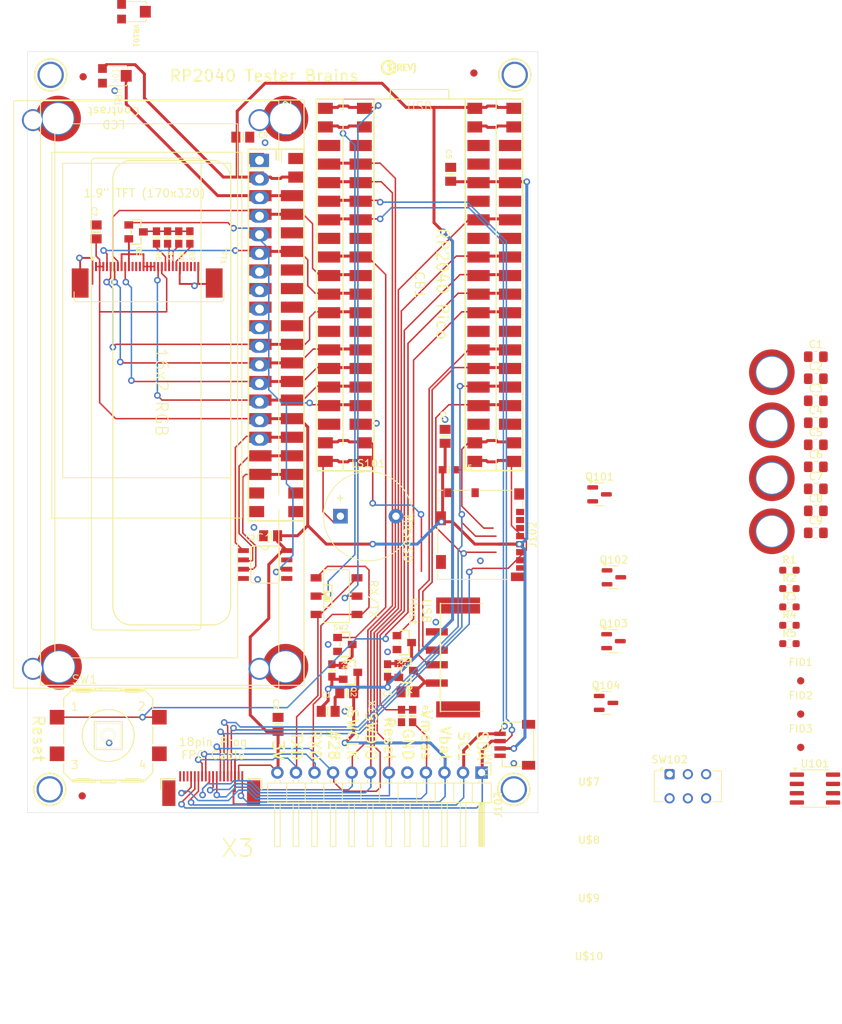
<source format=kicad_pcb>
(kicad_pcb (version 20240108) (generator "pcbnew") (generator_version "8.0")
  (layers (0 "F.Cu" signal) (31 "B.Cu" signal) (34 "B.Paste" user) (35 "F.Paste" user) (36 "B.SilkS" user "B.Silkscreen") (37 "F.SilkS" user "F.Silkscreen") (38 "B.Mask" user) (39 "F.Mask" user) (44 "Edge.Cuts" user))
  (net 0 "")
  (net 1 "GND")
  (net 2 "+5V")
  (net 3 "3.3V")
  (net 4 "VBAT")
  (net 5 "N$5")
  (net 6 "N$4")
  (net 7 "N$3")
  (net 8 "N$2")
  (net 9 "LEDK")
  (net 10 "SCK")
  (net 11 "MOSI")
  (net 12 "MISO")
  (net 13 "VMEAS_DIV2")
  (net 14 "TXO")
  (net 15 "RXI")
  (net 16 "LCD_NEO")
  (net 17 "VUSB")
  (net 18 "VUSB_SW")
  (net 19 "SD_CS")
  (net 20 "~{VBAT_SW2}")
  (net 21 "USB_D-")
  (net 22 "USB_D+")
  (net 23 "RESET")
  (net 24 "LCD_D7")
  (net 25 "LCD_BLUE")
  (net 26 "LCD_GREEN")
  (net 27 "LCD_RED")
  (net 28 "VSYS")
  (net 29 "GPIO28")
  (net 30 "SCL")
  (net 31 "SDA")
  (net 32 "VMEAS")
  (net 33 "~{VBAT_SW1}")
  (net 34 "VBAT_SW")
  (net 35 "RXD")
  (net 36 "TXD")
  (net 37 "TARGET_RESET")
  (net 38 "SWCLK")
  (net 39 "SWDIO")
  (net 40 "LCD_D4")
  (net 41 "LCD_D5")
  (net 42 "LCD_D6")
  (net 43 "LCD_RS")
  (net 44 "LCD_E")
  (net 45 "N$6")
  (net 46 "/LCD_D4")
  (net 47 "/LCD_D5")
  (net 48 "/LCD_RS")
  (net 49 "/LCD_E")
  (net 50 "/LCD_D7")
  (net 51 "/LCD_D6")
  (net 52 "Net-(DS102-VO)")
  (net 59 "/VUSB")
  (net 60 "/LCD_NEO")
  (net 61 "/RESET")
  (net 62 "/USB_D+")
  (net 63 "/GPIO28")
  (net 64 "/VUSB_SW")
  (net 65 "/SWCLK")
  (net 66 "/SCK")
  (net 70 "/USB_D-")
  (net 71 "/TXD")
  (net 72 "/VBAT_SW")
  (net 73 "/RXD")
  (net 75 "/SWDIO")
  (net 76 "/TARGET_RESET")
  (net 77 "/SD_CD")
  (net 78 "/SPEAKER")
  (net 79 "/MISO")
  (net 80 "/SDA")
  (net 82 "/SD_CS")
  (net 83 "/MOSI")
  (net 84 "/SCL")
  (net 85 "/VMEAS_DIV2")
  (net 92 "/RXI")
  (net 93 "/TXO")
  (net 94 "/VMEAS")
  (net 95 "Net-(Q101-D)")
  (net 96 "Net-(Q102-D)")
  (net 98 "/LCD_BLUE")
  (net 101 "/LCD_GREEN")
  (net 102 "/LCD_RED")
  (footprint "Adafruit RP2040 Tester Brains rev A:SMT_NUT_3MM" (layer "F.Cu") (at 106.553 131.191 -90)
    (property "Reference" "TP3" (hide yes))
    (property "Value" "SEWTAP_SMTNUTM3" (hide yes))
  )
  (footprint "Adafruit RP2040 Tester Brains rev A:0603-NO" (layer "F.Cu") (at 128.905 104.267)
    (property "Reference" "R5")
    (property "Value" "10K")
  )
  (footprint "Adafruit RP2040 Tester Brains rev A:SMT_NUT_3MM" (layer "F.Cu") (at 173.101 112.6772)
    (property "Reference" "TP4")
    (property "Value" "SEWTAP_SMTNUTM3")
  )
  (footprint "Package_TO_SOT_SMD:SOT-23" (layer "F.Cu") (at 150.4165 136.136)
    (property "Reference" "Q104")
    (property "Value" "DMG2301L")
  )
  (footprint "Adafruit RP2040 Tester Brains rev A:JST_SH4" (layer "F.Cu") (at 137.922 141.859 90)
    (property "Reference" "CONN1")
    (property "Value" "STEMMA_I2C_QT" (hide yes))
  )
  (footprint "Adafruit RP2040 Tester Brains rev A:2X20_SMT_MALE" (layer "F.Cu") (at 105.283 85.852 -90)
    (property "Reference" "JP1" (hide yes))
    (property "Value" "16x2 LCD" (hide yes))
  )
  (footprint "Resistor_SMD:R_0603_1608Metric_Pad0.98x0.95mm_HandSolder" (layer "F.Cu") (at 175.5118 123.0128)
    (property "Reference" "R3")
    (property "Value" "10K")
  )
  (footprint "Resistor_SMD:R_0603_1608Metric_Pad0.98x0.95mm_HandSolder" (layer "F.Cu") (at 175.5118 120.5028)
    (property "Reference" "R2")
    (property "Value" "10K")
  )
  (footprint "Capacitor_SMD:C_0805_2012Metric_Pad1.18x1.45mm_HandSolder" (layer "F.Cu") (at 179.1218 88.8128)
    (property "Reference" "C1")
    (property "Value" "10uF")
  )
  (footprint "Capacitor_SMD:C_0805_2012Metric_Pad1.18x1.45mm_HandSolder" (layer "F.Cu") (at 179.1218 106.8728)
    (property "Reference" "C7")
    (property "Value" "10uF")
  )
  (footprint "MountingHole:MountingHole_3.2mm_M3" (layer "F.Cu") (at 148.082 174.98)
    (property "Reference" "U$10")
    (property "Value" "MOUNTINGHOLE3.0THIN")
  )
  (footprint "Adafruit RP2040 Tester Brains rev A:0805-NO" (layer "F.Cu") (at 80.645 71.755 90)
    (property "Reference" "C7")
    (property "Value" "10uF")
  )
  (footprint "Resistor_SMD:R_0603_1608Metric_Pad0.98x0.95mm_HandSolder" (layer "F.Cu") (at 175.5118 117.9928)
    (property "Reference" "R1")
    (property "Value" "10K")
  )
  (footprint "Adafruit RP2040 Tester Brains rev A:SOT23-WIDE" (layer "F.Cu") (at 122.809 127.889 -90)
    (property "Reference" "Q3")
    (property "Value" "BSS138")
  )
  (footprint "Adafruit RP2040 Tester Brains rev A:0603-NO" (layer "F.Cu") (at 88.9 72.517 -90)
    (property "Reference" "R6")
    (property "Value" "27")
  )
  (footprint "Capacitor_SMD:C_0805_2012Metric_Pad1.18x1.45mm_HandSolder" (layer "F.Cu") (at 179.1218 97.8428)
    (property "Reference" "C4")
    (property "Value" "10uF")
  )
  (footprint "Capacitor_SMD:C_0805_2012Metric_Pad1.18x1.45mm_HandSolder" (layer "F.Cu") (at 179.1218 100.8528)
    (property "Reference" "C5")
    (property "Value" "10uF")
  )
  (footprint "Package_TO_SOT_SMD:SOT-23" (layer "F.Cu") (at 151.49 118.967)
    (property "Reference" "Q102")
    (property "Value" "BSS138")
  )
  (footprint "Adafruit RP2040 Tester Brains rev A:MOUNTINGHOLE_3.0_PLATEDTHIN" (layer "F.Cu") (at 74.295 147.955 -90)
    (property "Reference" "U$10" (hide yes))
    (property "Value" "MOUNTINGHOLE3.0THIN" (hide yes))
  )
  (footprint "Adafruit RP2040 Tester Brains rev A:0805-NO" (layer "F.Cu") (at 104.521 113.284 180)
    (property "Reference" "C2")
    (property "Value" "10uF")
  )
  (footprint "Adafruit RP2040 Tester Brains rev A:0603-NO" (layer "F.Cu") (at 90.424 72.517 -90)
    (property "Reference" "R7")
    (property "Value" "27")
  )
  (footprint "Button_Switch_THT:SW_CK_JS202011AQN_DPDT_Angled" (layer "F.Cu") (at 159.1118 145.8778)
    (property "Reference" "SW102")
    (property "Value" "SW_DPDT_x2")
  )
  (footprint "Adafruit RP2040 Tester Brains rev A:MOUNTINGHOLE_3.0_PLATEDTHIN" (layer "F.Cu") (at 137.795 147.955 -90)
    (property "Reference" "U$7" (hide yes))
    (property "Value" "MOUNTINGHOLE3.0THIN" (hide yes))
  )
  (footprint "Adafruit RP2040 Tester Brains rev A:EG1390" (layer "F.Cu") (at 113.538 121.539 90)
    (property "Reference" "SW2")
    (property "Value" "DPDT SLIDE")
  )
  (footprint "Adafruit RP2040 Tester Brains rev A:0603-NO" (layer "F.Cu") (at 112.903 131.699 -90)
    (property "Reference" "R4")
    (property "Value" "10K")
  )
  (footprint "Adafruit RP2040 Tester Brains rev A:FIDUCIAL_1MM" (layer "F.Cu") (at 132.334 50.038 -90)
    (property "Reference" "FID2" (hide yes))
    (property "Value" "FIDUCIAL_1MM" (hide yes))
  )
  (footprint "Adafruit RP2040 Tester Brains rev A:SO08-SKINNYPADS" (layer "F.Cu") (at 103.759 117.221 -90)
    (property "Reference" "IC1")
    (property "Value" "WS2811-SOP8")
  )
  (footprint "Adafruit RP2040 Tester Brains rev A:SOT23-WIDE" (layer "F.Cu") (at 86.106 71.755 -90)
    (property "Reference" "Q5")
    (property "Value" "BSS138")
  )
  (footprint "Buzzer_Beeper:Buzzer_12x9.5RM7.6" (layer "F.Cu") (at 114.066 110.617)
    (property "Reference" "LS101")
    (property "Value" "Speaker")
  )
  (footprint "Adafruit RP2040 Tester Brains rev A:SMT_NUT_3MM" (layer "F.Cu") (at 106.553 56.261 -90)
    (property "Reference" "TP2" (hide yes))
    (property "Value" "SEWTAP_SMTNUTM3" (hide yes))
  )
  (footprint "Adafruit RP2040 Tester Brains rev A:SOT23-WIDE" (layer "F.Cu") (at 115.443 131.953 -90)
    (property "Reference" "Q2")
    (property "Value" "DMG34x5")
  )
  (footprint "Adafruit RP2040 Tester Brains rev A:PCBFEAT-REV-040" (layer "F.Cu") (at 120.65 49.276)
    (property "Reference" "U$13" (hide yes))
    (property "Value" "" (hide yes))
  )
  (footprint "Adafruit RP2040 Tester Brains rev A:FIDUCIAL_1MM" (layer "F.Cu") (at 78.74 148.844 -90)
    (property "Reference" "FID3" (hide yes))
    (property "Value" "FIDUCIAL_1MM" (hide yes))
  )
  (footprint "Adafruit RP2040 Tester Brains rev A:PICOWBELL_DUALSMT" (layer "F.Cu") (at 124.9026 78.9944 -90)
    (property "Reference" "CB1")
    (property "Value" "PICOWBELL_DUALSMT")
  )
  (footprint "Adafruit RP2040 Tester Brains rev A:0805-NO" (layer "F.Cu") (at 128.397 99.695 90)
    (property "Reference" "C6")
    (property "Value" "10uF")
  )
  (footprint "Fiducial:Fiducial_1mm_Mask3mm" (layer "F.Cu") (at 177.0518 142.2128)
    (property "Reference" "FID3")
    (property "Value" "FIDUCIAL_1MM")
  )
  (footprint "Adafruit RP2040 Tester Brains rev A:0805-NO" (layer "F.Cu") (at 129.159 63.881 90)
    (property "Reference" "C5")
    (property "Value" "10uF")
  )
  (footprint "Adafruit RP2040 Tester Brains rev A:TRIMPOT_BOURNS_TC33X-2" (layer "F.Cu") (at 83.312 50.419 -90)
    (property "Reference" "VR1")
    (property "Value" "10K Trimmer")
  )
  (footprint "Adafruit RP2040 Tester Brains rev A:SMT_NUT_3MM" (layer "F.Cu") (at 75.438 56.261 -90)
    (property "Reference" "TP1" (hide yes))
    (property "Value" "SEWTAP_SMTNUTM3" (hide yes))
  )
  (footprint "Adafruit RP2040 Tester Brains rev A:USB_HOST-SMT" (layer "F.Cu") (at 127.762 129.921 90)
    (property "Reference" "X1")
    (property "Value" "USB A")
  )
  (footprint "Adafruit RP2040 Tester Brains rev A:0805-NO" (layer "F.Cu") (at 100.711 58.801)
    (property "Reference" "C9")
    (property "Value" "10uF")
  )
  (footprint "Display:WC1602A" (layer "F.Cu") (at 102.997 61.976 -90)
    (property "Reference" "DS102")
    (property "Value" "WC1602A")
  )
  (footprint "Adafruit RP2040 Tester Brains rev A:0603-NO" (layer "F.Cu") (at 120.523 131.699 -90)
    (property "Reference" "R3")
    (property "Value" "10K")
  )
  (footprint "Adafruit RP2040 Tester Brains rev A:TFT_1.9IN_170X320_30P_SS" (layer "F.Cu") (at 87.376 77.724)
    (property "Reference" "TFT1")
    (property "Value" "DISP_LCD_ST7789_1.9IN_SS" (hide yes))
  )
  (footprint "Adafruit RP2040 Tester Brains rev A:B3F-40XX-SMT" (layer "F.Cu") (at 82.296 140.589)
    (property "Reference" "SW1")
    (property "Value" "12mm SMT")
  )
  (footprint "Connector_Card:microSD_HC_Molex_104031-0811" (layer "F.Cu") (at 133.2065 113.142 -90)
    (property "Reference" "J102")
    (property "Value" "Micro_SD_Card_Det1")
  )
  (footprint "Adafruit RP2040 Tester Brains rev A:0603-NO" (layer "F.Cu") (at 93.472 72.517 -90)
    (property "Reference" "R9")
    (property "Value" "27")
  )
  (footprint "Resistor_SMD:R_0603_1608Metric_Pad0.98x0.95mm_HandSolder" (layer "F.Cu") (at 175.5118 128.0328)
    (property "Reference" "R5")
    (property "Value" "10K")
  )
  (footprint "Adafruit RP2040 Tester Brains rev A:FPC_0.5MM_18PIN" (layer "F.Cu") (at 96.393 147.32)
    (property "Reference" "X3")
    (property "Value" "TESTER_PROGCABLE_FLIP")
  )
  (footprint "Capacitor_SMD:C_0805_2012Metric_Pad1.18x1.45mm_HandSolder" (layer "F.Cu") (at 179.1218 103.8628)
    (property "Reference" "C6")
    (property "Value" "10uF")
  )
  (footprint "Adafruit RP2040 Tester Brains rev A:SOT23-WIDE" (layer "F.Cu") (at 123.063 131.699 -90)
    (property "Reference" "Q1")
    (property "Value" "DMG34x5")
  )
  (footprint "MountingHole:MountingHole_3.2mm_M3" (layer "F.Cu") (at 148.082 167.03)
    (property "Reference" "U$9")
    (property "Value" "MOUNTINGHOLE3.0THIN")
  )
  (footprint "Capacitor_SMD:C_0805_2012Metric_Pad1.18x1.45mm_HandSolder" (layer "F.Cu") (at 179.1218 91.8228)
    (property "Reference" "C2")
    (property "Value" "10uF")
  )
  (footprint "Capacitor_SMD:C_0805_2012Metric_Pad1.18x1.45mm_HandSolder" (layer "F.Cu") (at 179.1218 109.8828)
    (property "Reference" "C8")
    (property "Value" "10uF")
  )
  (footprint "Fiducial:Fiducial_1mm_Mask3mm" (layer "F.Cu") (at 177.0518 133.1128)
    (property "Reference" "FID1")
    (property "Value" "FIDUCIAL_1MM")
  )
  (footprint "Adafruit RP2040 Tester Brains rev A:SOT23-WIDE" (layer "F.Cu") (at 114.681 128.143 -90)
    (property "Reference" "Q4")
    (property "Value" "BSS138")
  )
  (footprint "Adafruit RP2040 Tester Brains rev A:SMT_NUT_3MM" (layer "F.Cu") (at 173.101 98.1804)
    (property "Reference" "TP2")
    (property "Value" "SEWTAP_SMTNUTM3")
  )
  (footprint "Adafruit RP2040 Tester Brains rev A:MOUNTINGHOLE_3.0_PLATEDTHIN" (layer "F.Cu") (at 137.922 50.292 -90)
    (property "Reference" "U$8" (hide yes))
    (property "Value" "MOUNTINGHOLE3.0THIN" (hide yes))
  )
  (footprint "Adafruit RP2040 Tester Brains rev A:SMT_NUT_3MM" (layer "F.Cu") (at 75.565 131.191 -90)
    (property "Reference" "TP4" (hide yes))
    (property "Value" "SEWTAP_SMTNUTM3" (hide yes))
  )
  (footprint "Adafruit RP2040 Tester Brains rev A:0805-NO" (layer "F.Cu") (at 114.935 134.747 180)
    (property "Reference" "C1")
    (property "Value" "10uF")
  )
  (footprint "Adafruit RP2040 Tester Brains rev A:MOUNTINGHOLE_3.0_PLATEDTHIN" (layer "F.Cu") (at 74.422 50.292 -90)
    (property "Reference" "U$9" (hide yes))
    (property "Value" "MOUNTINGHOLE3.0THIN" (hide yes))
  )
  (footprint "Adafruit RP2040 Tester Brains rev A:0805-NO" (layer "F.Cu") (at 105.537 139.065 90)
    (property "Reference" "C3")
    (property "Value" "10uF")
  )
  (footprint "Package_TO_SOT_SMD:SOT-23" (layer "F.Cu") (at 149.5275 107.63)
    (property "Reference" "Q101")
    (property "Value" "BSS138")
  )
  (footprint "Adafruit RP2040 Tester Brains rev A:0603-NO" (layer "F.Cu") (at 123.952 137.922 -90)
    (property "Reference" "R1")
    (property "Value" "10K")
  )
  (footprint "Adafruit RP2040 Tester Brains rev A:0805-NO" (layer "F.Cu") (at 123.317 134.62 180)
    (property "Reference" "C4")
    (property "Value" "10uF")
  )
  (footprint "Package_TO_SOT_SMD:SOT-23" (layer "F.Cu") (at 151.4325 127.696)
    (property "Reference" "Q103")
    (property "Value" "DMG2301L")
  )
  (footprint "Capacitor_SMD:C_0805_2012Metric_Pad1.18x1.45mm_HandSolder" (layer "F.Cu") (at 179.1218 112.8928)
    (property "Reference" "C9")
    (property "Value" "10uF")
  )
  (footprint "MountingHole:MountingHole_3.2mm_M3" (layer "F.Cu") (at 148.082 151.13)
    (property "Reference" "U$7")
    (property "Value" "MOUNTINGHOLE3.0THIN")
  )
  (footprint "Adafruit RP2040 Tester Brains rev A:FIDUCIAL_1MM" (layer "F.Cu") (at 78.867 50.546 -90)
    (property "Reference" "FID1" (hide yes))
    (property "Value" "FIDUCIAL_1MM" (hide yes))
  )
  (footprint "Adafruit RP2040 Tester Brains rev A:SMT_NUT_3MM" (layer "F.Cu") (at 173.101 90.932)
    (property "Reference" "TP1")
    (property "Value" "SEWTAP_SMTNUTM3")
  )
  (footprint "Capacitor_SMD:C_0805_2012Metric_Pad1.18x1.45mm_HandSolder" (layer "F.Cu") (at 179.1218 94.8328)
    (property "Reference" "C3")
    (property "Value" "10uF")
  )
  (footprint "Connector_PinHeader_2.54mm:PinHeader_1x12_P2.54mm_Horizontal" (layer "F.Cu") (at 133.38731 145.656214 -90)
    (property "Reference" "J103")
    (property "Value" "Conn_01x12")
  )
  (footprint "Adafruit RP2040 Tester Brains rev A:0603-NO" (layer "F.Cu") (at 122.428 137.922 90)
    (property "Reference" "R2")
    (property "Value" "10K")
  )
  (footprint "Adafruit RP2040 Tester Brains rev A:TRIMPOT_BOURNS_TC33X-2" (layer "F.Cu") (at 85.926 41.656 -90)
    (property "Reference" "VR101")
    (property "Value" "10K Trimmer")
  )
  (footprint "Adafruit RP2040 Tester Brains rev A:0603-NO" (layer "F.Cu") (at 91.948 72.517 -90)
    (property "Reference" "R8")
    (property "Value" "27")
  )
  (footprint "Package_SO:SOIC-8_3.9x4.9mm_P1.27mm" (layer "F.Cu") (at 179.0018 147.8428)
    (property "Reference" "U101")
    (property "Value" "WS2811")
  )
  (footprint "Fiducial:Fiducial_1mm_Mask3mm" (layer "F.Cu") (at 177.0518 137.6628)
    (property "Reference" "FID2")
    (property "Value" "FIDUCIAL_1MM")
  )
  (footprint "MountingHole:MountingHole_3.2mm_M3" (layer "F.Cu") (at 148.082 159.08)
    (property "Reference" "U$8")
    (property "Value" "MOUNTINGHOLE3.0THIN")
  )
  (footprint "Adafruit RP2040 Tester Brains rev A:0805-NO" (layer "F.Cu") (at 112.395 137.287)
    (property "Reference" "C8")
    (property "Value" "10uF")
  )
  (footprint "Resistor_SMD:R_0603_1608Metric_Pad0.98x0.95mm_HandSolder" (layer "F.Cu") (at 175.5118 125.5228)
    (property "Reference" "R4")
    (property "Value" "10K")
  )
  (footprint "Adafruit RP2040 Tester Brains rev A:SMT_NUT_3MM" (layer "F.Cu") (at 173.101 105.4288)
    (property "Reference" "TP3")
    (property "Value" "SEWTAP_SMTNUTM3")
  )
  (gr_line (start 109.093 53.721) (end 109.093 133.731) (stroke (width 0.1524)) (layer "F.SilkS"))
  (gr_line (start 99.06 122.936) (end 99.06 64.516) (stroke (width 0.1524)) (layer "F.SilkS"))
  (gr_line (start 73.025 133.731) (end 73.025 53.721) (stroke (width 0.1524)) (layer "F.SilkS"))
  (gr_line (start 85.471 125.476) (end 96.52 125.476) (stroke (width 0.1524)) (layer "F.SilkS"))
  (gr_arc (start 82.931 64.516) (mid 83.674949 62.719949) (end 85.471 61.976) (stroke (width 0.1524)) (layer "F.SilkS"))
  (gr_arc (start 85.471 125.476) (mid 83.674949 124.732051) (end 82.931 122.936) (stroke (width 0.1524)) (layer "F.SilkS"))
  (gr_line (start 96.52 61.976) (end 85.471 61.976) (stroke (width 0.1524)) (layer "F.SilkS"))
  (gr_line (start 109.093 133.731) (end 73.025 133.731) (stroke (width 0.1524)) (layer "F.SilkS"))
  (gr_line (start 73.025 53.721) (end 109.093 53.721) (stroke (width 0.1524)) (layer "F.SilkS"))
  (gr_line (start 82.931 64.516) (end 82.931 122.936) (stroke (width 0.1524)) (layer "F.SilkS"))
  (gr_arc (start 96.52 61.976) (mid 98.316051 62.719949) (end 99.06 64.516) (stroke (width 0.1524)) (layer "F.SilkS"))
  (gr_arc (start 99.06 122.936) (mid 98.316051 124.732051) (end 96.52 125.476) (stroke (width 0.1524)) (layer "F.SilkS"))
  (gr_line (start 71.247 151.13) (end 141.097 151.13) (stroke (width 0.05)) (layer "Edge.Cuts"))
  (gr_line (start 141.097 151.13) (end 141.097 47.117) (stroke (width 0.05)) (layer "Edge.Cuts"))
  (gr_line (start 141.097 47.117) (end 71.247 47.117) (stroke (width 0.05)) (layer "Edge.Cuts"))
  (gr_line (start 71.247 47.117) (end 71.247 151.13) (stroke (width 0.05)) (layer "Edge.Cuts"))
  (gr_text "TXD" (at 108.077 144.145 -90) (layer "F.SilkS") (effects (font (size 1.441704 1.441704) (thickness 0.234696)) (justify right)))
  (gr_text "18pin Prog\nFPC Cable" (at 96.647 142.367 0) (layer "F.SilkS") (effects (font (size 1.1176 1.1176) (thickness 0.1524))))
  (gr_text "MicroSD" (at 123.317 113.665 -90) (layer "F.SilkS") (effects (font (size 1.1176 1.1176) (thickness 0.1524))))
  (gr_text "Reset" (at 72.771 140.97 -90) (layer "F.SilkS") (effects (font (size 1.56464 1.56464) (thickness 0.21336))))
  (gr_text "SWCLK" (at 115.697 144.145 -90) (layer "F.SilkS") (effects (font (size 1.441704 1.441704) (thickness 0.234696)) (justify right)))
  (gr_text "Vmeas" (at 125.857 144.145 -90) (layer "F.SilkS") (effects (font (size 1.441704 1.441704) (thickness 0.234696)) (justify right)))
  (gr_text "16x2 RGB" (at 88.646 87.503 -90) (layer "F.SilkS") (effects (font (size 1.63576 1.63576) (thickness 0.14224)) (justify left bottom)))
  (gr_text "SWDIO" (at 118.237 144.145 -90) (layer "F.SilkS") (effects (font (size 1.441704 1.441704) (thickness 0.234696)) (justify right)))
  (gr_text "Vbat" (at 128.397 144.145 -90) (layer "F.SilkS") (effects (font (size 1.441704 1.441704) (thickness 0.234696)) (justify right)))
  (gr_text "RXD" (at 110.617 144.145 -90) (layer "F.SilkS") (effects (font (size 1.441704 1.441704) (thickness 0.234696)) (justify right)))
  (gr_text "RP2040 Tester Brains" (at 103.632 50.419 0) (layer "F.SilkS") (effects (font (size 1.56464 1.56464) (thickness 0.21336))))
  (gr_text "SCL" (at 130.937 144.145 -90) (layer "F.SilkS") (effects (font (size 1.441704 1.441704) (thickness 0.234696)) (justify right)))
  (gr_text "10K" (at 83.693 51.562 -90) (layer "F.SilkS") (effects (font (size 0.747776 0.747776) (thickness 0.065024)) (justify right top)))
  (gr_text "RX/TX" (at 118.618 121.92 -90) (layer "F.SilkS") (effects (font (size 1.1176 1.1176) (thickness 0.1524))))
  (gr_text "RP2040 Pico" (at 128.016 78.867 -90) (layer "F.SilkS") (effects (font (size 1.56464 1.56464) (thickness 0.21336))))
  (gr_text "#28" (at 113.157 144.145 -90) (layer "F.SilkS") (effects (font (size 1.441704 1.441704) (thickness 0.234696)) (justify right)))
  (gr_text "USB\nHost" (at 124.968 123.571 -90) (layer "F.SilkS") (effects (font (size 1.1176 1.1176) (thickness 0.1524))))
  (gr_text "3V" (at 105.537 144.145 -90) (layer "F.SilkS") (effects (font (size 1.52908 1.52908) (thickness 0.24892)) (justify right)))
  (gr_text "SDA" (at 133.477 144.145 -90) (layer "F.SilkS") (effects (font (size 1.441704 1.441704) (thickness 0.234696)) (justify right)))
  (gr_text "Reset" (at 120.777 144.145 -90) (layer "F.SilkS") (effects (font (size 1.441704 1.441704) (thickness 0.234696)) (justify right)))
  (gr_text "GND" (at 123.317 144.145 -90) (layer "F.SilkS") (effects (font (size 1.441704 1.441704) (thickness 0.234696)) (justify right)))
  (gr_text "LCD\nContrast" (at 83.058 56.134 180) (layer "F.SilkS") (effects (font (size 1.1176 1.1176) (thickness 0.1524))))
  (segment (start 99.643 146.166) (end 99.643 143.891) (width 0.254) (layer "F.Cu") (net 1))
  (segment (start 87.126 74.803) (end 85.126 74.803) (width 0.254) (layer "F.Cu") (net 1))
  (segment (start 99.441 149.987) (end 102.193 149.987) (width 0.254) (layer "F.Cu") (net 1))
  (segment (start 84.126 76.488) (end 84.126 74.803) (width 0.254) (layer "F.Cu") (net 1))
  (segment (start 113.345 137.287) (end 113.345 135.387) (width 0.4064) (layer "F.Cu") (net 1))
  (segment (start 92.0962 76.488) (end 92.0962 77.4432) (width 0.254) (layer "F.Cu") (net 1))
  (segment (start 92.075 77.4432) (end 92.075 78.867) (width 0.254) (layer "F.Cu") (net 1))
  (segment (start 94.615 76.488) (end 94.615 78.867) (width 0.254) (layer "F.Cu") (net 1))
  (segment (start 99.643 146.166) (end 99.643 148.209) (width 0.254) (layer "F.Cu") (net 1))
  (segment (start 78.456 75.311) (end 78.456 78.744) (width 0.254) (layer "F.Cu") (net 1))
  (segment (start 80.126 76.488) (end 80.126 75.565) (width 0.254) (layer "F.Cu") (net 1))
  (segment (start 80.126 75.565) (end 80.137 75.565) (width 0.254) (layer "F.Cu") (net 1))
  (segment (start 85.126 72.705) (end 85.106 72.705) (width 0.254) (layer "F.Cu") (net 1))
  (segment (start 80.137 75.565) (end 80.137 75.311) (width 0.254) (layer "F.Cu") (net 1))
  (segment (start 92.0962 77.4432) (end 92.075 77.4432) (width 0.254) (layer "F.Cu") (net 1))
  (segment (start 88.626 76.488) (end 88.126 76.488) (width 0.2032) (layer "F.Cu") (net 1))
  (segment (start 92.126 76.488) (end 92.0962 76.488) (width 0.254) (layer "F.Cu") (net 1))
  (segment (start 87.626 76.488) (end 87.126 76.488) (width 0.2032) (layer "F.Cu") (net 1))
  (segment (start 80.126 76.488) (end 80.137 76.488) (width 0.254) (layer "F.Cu") (net 1))
  (segment (start 99.643 143.891) (end 99.949 143.891) (width 0.254) (layer "F.Cu") (net 1))
  (segment (start 94.615 78.867) (end 96.796 78.867) (width 0.254) (layer "F.Cu") (net 1))
  (segment (start 96.796 78.867) (end 96.796 78.744) (width 0.254) (layer "F.Cu") (net 1))
  (segment (start 102.193 149.987) (end 102.193 148.472) (width 0.254) (layer "F.Cu") (net 1))
  (segment (start 85.126 76.488) (end 85.126 74.803) (width 0.254) (layer "F.Cu") (net 1))
  (segment (start 85.126 74.803) (end 85.126 72.705) (width 0.254) (layer "F.Cu") (net 1))
  (segment (start 87.126 76.488) (end 87.126 74.803) (width 0.254) (layer "F.Cu") (net 1))
  (segment (start 99.441 148.209) (end 99.441 149.987) (width 0.254) (layer "F.Cu") (net 1))
  (segment (start 113.985 134.747) (end 113.345 135.387) (width 0.4064) (layer "F.Cu") (net 1))
  (segment (start 94.626 76.488) (end 94.615 76.488) (width 0.254) (layer "F.Cu") (net 1))
  (segment (start 84.126 74.803) (end 85.126 74.803) (width 0.254) (layer "F.Cu") (net 1))
  (segment (start 99.643 148.209) (end 99.441 148.209) (width 0.254) (layer "F.Cu") (net 1))
  (segment (start 88.126 76.488) (end 87.626 76.488) (width 0.2032) (layer "F.Cu") (net 1))
  (segment (start 80.137 75.311) (end 78.456 75.311) (width 0.254) (layer "F.Cu") (net 1))
  (segment (start 80.137 76.488) (end 80.137 78.867) (width 0.254) (layer "F.Cu") (net 1))
  (segment (start 92.075 78.867) (end 94.615 78.867) (width 0.254) (layer "F.Cu") (net 1))
  (via (at 118.999 97.917) (size 0.9064) (drill 0.5) (layers "F.Cu" "B.Cu") (net 1))
  (via (at 133.223 116.713) (size 0.9064) (drill 0.5) (layers "F.Cu" "B.Cu") (net 1))
  (via (at 82.423 141.605) (size 0.9064) (drill 0.5) (layers "F.Cu" "B.Cu") (net 1))
  (via (at 103.759 59.563) (size 0.9064) (drill 0.5) (layers "F.Cu" "B.Cu") (net 1))
  (via (at 137.795 144.399) (size 0.9064) (drill 0.5) (layers "F.Cu" "B.Cu") (net 1))
  (via (at 78.359 75.311) (size 0.9064) (drill 0.5) (layers "F.Cu" "B.Cu") (net 1))
  (via (at 102.235 112.141) (size 0.9064) (drill 0.5) (layers "F.Cu" "B.Cu") (net 1))
  (via (at 112.395 128.143) (size 0.9064) (drill 0.5) (layers "F.Cu" "B.Cu") (net 1))
  (via (at 94.107 79.121) (size 0.9064) (drill 0.5) (layers "F.Cu" "B.Cu") (net 1))
  (via (at 102.743 119.253) (size 0.9064) (drill 0.5) (layers "F.Cu" "B.Cu") (net 1))
  (via (at 128.397 97.409) (size 0.9064) (drill 0.5) (layers "F.Cu" "B.Cu") (net 1))
  (via (at 83.185 52.451) (size 0.9064) (drill 0.5) (layers "F.Cu" "B.Cu") (net 1))
  (via (at 120.523 129.159) (size 0.9064) (drill 0.5) (layers "F.Cu" "B.Cu") (net 1))
  (via (at 114.681 137.287) (size 0.9064) (drill 0.5) (layers "F.Cu" "B.Cu") (net 1))
  (via (at 127.127 125.095) (size 0.9064) (drill 0.5) (layers "F.Cu" "B.Cu") (net 1))
  (segment (start 85.979 48.895) (end 87.249 50.165) (width 0.4064) (layer "F.Cu") (net 2))
  (segment (start 103.759 51.435) (end 99.949 55.245) (width 0.4064) (layer "F.Cu") (net 2))
  (segment (start 111.445 137.287) (end 111.445 136.779) (width 0.4064) (layer "F.Cu") (net 2))
  (segment (start 99.949 55.245) (end 99.949 58.481) (width 0.4064) (layer "F.Cu") (net 2))
  (segment (start 134.017806 54.7374) (end 132.1416 54.7374) (width 0.4064) (layer "F.Cu") (net 2))
  (segment (start 135.599393 54.7374) (end 137.4756 54.7374) (width 0.4064) (layer "F.Cu") (net 2))
  (segment (start 111.445 136.779) (end 112.395 135.829) (width 0.4064) (layer "F.Cu") (net 2))
  (segment (start 135.412193 54.5502) (end 135.599393 54.7374) (width 0.4064) (layer "F.Cu") (net 2))
  (segment (start 123.0634 54.7374) (end 119.761 51.435) (width 0.4064) (layer "F.Cu") (net 2))
  (segment (start 81.512 49.419) (end 82.036 48.895) (width 0.4064) (layer "F.Cu") (net 2))
  (segment (start 120.523 133.985) (end 120.523 132.549) (width 0.4064) (layer "F.Cu") (net 2))
  (segment (start 112.395 134.239) (end 112.903 133.731) (width 0.4064) (layer "F.Cu") (net 2))
  (segment (start 112.903 133.731) (end 112.903 132.549) (width 0.4064) (layer "F.Cu") (net 2))
  (segment (start 105.886593 64.4492) (end 104.679406 64.4492) (width 0.4064) (layer "F.Cu") (net 2))
  (segment (start 134.017806 54.7374) (end 134.205006 54.5502) (width 0.4064) (layer "F.Cu") (net 2))
  (segment (start 106.073793 64.262) (end 105.886593 64.4492) (width 0.4064) (layer "F.Cu") (net 2))
  (segment (start 99.949 58.481) (end 99.949 64.262) (width 0.4064) (layer "F.Cu") (net 2))
  (segment (start 98.044 64.262) (end 99.949 64.262) (width 0.4064) (layer "F.Cu") (net 2))
  (segment (start 87.249 50.165) (end 87.249 53.467) (width 0.4064) (layer "F.Cu") (net 2))
  (segment (start 122.063 132.649) (end 120.623 132.649) (width 0.4064) (layer "F.Cu") (net 2))
  (segment (start 87.249 53.467) (end 98.044 64.262) (width 0.4064) (layer "F.Cu") (net 2))
  (segment (start 114.443 132.903) (end 113.257 132.903) (width 0.4064) (layer "F.Cu") (net 2))
  (segment (start 126.873 70.485) (end 126.873 54.7374) (width 0.4064) (layer "F.Cu") (net 2))
  (segment (start 123.0634 54.7374) (end 126.873 54.7374) (width 0.4064) (layer "F.Cu") (net 2))
  (segment (start 128.143 71.755) (end 126.873 70.485) (width 0.4064) (layer "F.Cu") (net 2))
  (segment (start 107.95 64.262) (end 106.073793 64.262) (width 0.4064) (layer "F.Cu") (net 2))
  (segment (start 134.205006 54.5502) (end 135.412193 54.5502) (width 0.4064) (layer "F.Cu") (net 2))
  (segment (start 119.761 51.435) (end 103.759 51.435) (width 0.4064) (layer "F.Cu") (net 2))
  (segment (start 120.523 132.549) (end 120.623 132.649) (width 0.4064) (layer "F.Cu") (net 2))
  (segment (start 132.1416 54.7374) (end 126.873 54.7374) (width 0.4064) (layer "F.Cu") (net 2))
  (segment (start 104.492206 64.262) (end 102.616 64.262) (width 0.4064) (layer "F.Cu") (net 2))
  (segment (start 112.903 132.549) (end 113.257 132.903) (width 0.4064) (layer "F.Cu") (net 2))
  (segment (start 99.949 64.262) (end 102.616 64.262) (width 0.4064) (layer "F.Cu") (net 2))
  (segment (start 112.395 135.829) (end 112.395 134.239) (width 0.4064) (layer "F.Cu") (net 2))
  (segment (start 99.761 58.801) (end 99.949 58.481) (width 0.4064) (layer "F.Cu") (net 2))
  (segment (start 82.036 48.895) (end 85.979 48.895) (width 0.4064) (layer "F.Cu") (net 2))
  (segment (start 104.679406 64.4492) (end 104.492206 64.262) (width 0.4064) (layer "F.Cu") (net 2))
  (via (at 112.395 134.239) (size 0.9064) (drill 0.5) (layers "F.Cu" "B.Cu") (net 2))
  (via (at 128.143 71.755) (size 0.9064) (drill 0.5) (layers "F.Cu" "B.Cu") (net 2))
  (via (at 120.523 133.985) (size 0.9064) (drill 0.5) (layers "F.Cu" "B.Cu") (net 2))
  (segment (start 120.523 133.985) (end 112.649 133.985) (width 0.4064) (layer "B.Cu") (net 2))
  (segment (start 120.523 133.6411) (end 129.413 124.7511) (width 0.4064) (layer "B.Cu") (net 2))
  (segment (start 120.523 133.985) (end 120.523 133.6411) (width 0.4064) (layer "B.Cu") (net 2))
  (segment (start 129.413 73.025) (end 129.413 124.7511) (width 0.4064) (layer "B.Cu") (net 2))
  (segment (start 128.143 71.755) (end 129.413 73.025) (width 0.4064) (layer "B.Cu") (net 2))
  (segment (start 112.395 134.239) (end 112.649 133.985) (width 0.4064) (layer "B.Cu") (net 2))
  (segment (start 104.521 144.653) (end 105.537 145.669) (width 0.2032) (layer "F.Cu") (net 3))
  (segment (start 138.557 114.427) (end 135.769 114.427) (width 0.4064) (layer "F.Cu") (net 3))
  (segment (start 109.601 98.425) (end 109.601 111.887) (width 0.4064) (layer "F.Cu") (net 3))
  (segment (start 112.141 114.427) (end 118.491 114.427) (width 0.4064) (layer "F.Cu") (net 3))
  (segment (start 105.537 140.081) (end 105.537 145.669) (width 0.4064) (layer "F.Cu") (net 3))
  (segment (start 108.458 97.282) (end 109.601 98.425) (width 0.4064) (layer "F.Cu") (net 3))
  (segment (start 129.413 111.379) (end 132.461 114.427) (width 0.4064) (layer "F.Cu") (net 3))
  (segment (start 103.124 97.282) (end 83.312 97.282) (width 0.2032) (layer "F.Cu") (net 3))
  (segment (start 105.537 140.015) (end 105.537 140.081) (width 0.4064) (layer "F.Cu") (net 3))
  (segment (start 107.442 97.282) (end 103.124 97.282) (width 0.4064) (layer "F.Cu") (net 3))
  (segment (start 135.754 114.442) (end 135.769 114.427) (width 0.4064) (layer "F.Cu") (net 3))
  (segment (start 90.297 78.105) (end 90.297 82.677) (width 0.2032) (layer "F.Cu") (net 3))
  (segment (start 104.013 140.081) (end 105.537 140.081) (width 0.4064) (layer "F.Cu") (net 3))
  (segment (start 81.126 82.677) (end 81.126 76.53284) (width 0.2032) (layer "F.Cu") (net 3))
  (segment (start 90.297 82.677) (end 81.126 82.677) (width 0.2032) (layer "F.Cu") (net 3))
  (segment (start 109.601 111.887) (end 108.204 113.284) (width 0.4064) (layer "F.Cu") (net 3))
  (segment (start 81.626 76.488) (end 81.181968 76.488) (width 0.2032) (layer "F.Cu") (net 3))
  (segment (start 89.626 77.434) (end 90.297 78.105) (width 0.2032) (layer "F.Cu") (net 3))
  (segment (start 81.126 76.581) (end 81.126 76.488) (width 0.2032) (layer "F.Cu") (net 3))
  (segment (start 81.126 76.53284) (end 81.181968 76.488) (width 0.2032) (layer "F.Cu") (net 3))
  (segment (start 106.172 115.316) (end 104.267 117.221) (width 0.4064) (layer "F.Cu") (net 3))
  (segment (start 132.6496 64.8974) (end 129.2254 64.8974) (width 0.4064) (layer "F.Cu") (net 3))
  (segment (start 128.055 104.267) (end 128.055 111.379) (width 0.4064) (layer "F.Cu") (net 3))
  (segment (start 128.397 100.645) (end 128.397 103.925) (width 0.4064) (layer "F.Cu") (net 3))
  (segment (start 132.6496 64.8974) (end 136.9676 64.8974) (width 0.4064) (layer "F.Cu") (net 3))
  (segment (start 127.889 111.379) (end 129.413 111.379) (width 0.4064) (layer "F.Cu") (net 3))
  (segment (start 81.126 76.488) (end 81.626 76.488) (width 0.2032) (layer "F.Cu") (net 3))
  (segment (start 81.219 76.488) (end 81.126 76.581) (width 0.2032) (layer "F.Cu") (net 3))
  (segment (start 106.7324 115.316) (end 105.471 114.0546) (width 0.4064) (layer "F.Cu") (net 3))
  (segment (start 89.626 76.488) (end 89.626 77.434) (width 0.2032) (layer "F.Cu") (net 3))
  (segment (start 100.203 144.653) (end 104.521 144.653) (width 0.2032) (layer "F.Cu") (net 3))
  (segment (start 100.143 144.713) (end 100.203 144.653) (width 0.2032) (layer "F.Cu") (net 3))
  (segment (start 81.126 75.538) (end 80.645 75.057) (width 0.2032) (layer "F.Cu") (net 3))
  (segment (start 101.727 127.127) (end 101.727 137.795) (width 0.4064) (layer "F.Cu") (net 3))
  (segment (start 135.916 142.359) (end 137.787 142.359) (width 0.4064) (layer "F.Cu") (net 3))
  (segment (start 132.461 114.427) (end 138.557 114.427) (width 0.4064) (layer "F.Cu") (net 3))
  (segment (start 109.601 111.887) (end 112.141 114.427) (width 0.4064) (layer "F.Cu") (net 3))
  (segment (start 105.471 114.0546) (end 105.471 113.284) (width 0.4064) (layer "F.Cu") (net 3))
  (segment (start 104.267 124.587) (end 101.727 127.127) (width 0.4064) (layer "F.Cu") (net 3))
  (segment (start 108.204 113.284) (end 105.471 113.284) (width 0.4064) (layer "F.Cu") (net 3))
  (segment (start 106.7324 115.316) (end 106.172 115.316) (width 0.4064) (layer "F.Cu") (net 3))
  (segment (start 80.645 75.057) (end 80.645 72.705) (width 0.2032) (layer "F.Cu") (net 3))
  (segment (start 83.312 97.282) (end 81.126 95.096) (width 0.2032) (layer "F.Cu") (net 3))
  (segment (start 100.143 146.166) (end 100.143 144.713) (width 0.2032) (layer "F.Cu") (net 3))
  (segment (start 81.126 76.488) (end 80.626 76.488) (width 0.2032) (layer "F.Cu") (net 3))
  (segment (start 81.126 76.488) (end 81.126 75.538) (width 0.2032) (layer "F.Cu") (net 3))
  (segment (start 137.787 142.359) (end 137.795 142.367) (width 0.4064) (layer "F.Cu") (net 3))
  (segment (start 128.055 111.379) (end 127.889 111.379) (width 0.4064) (layer "F.Cu") (net 3))
  (segment (start 104.267 117.221) (end 104.267 124.587) (width 0.4064) (layer "F.Cu") (net 3))
  (segment (start 81.126 95.096) (end 81.126 82.677) (width 0.2032) (layer "F.Cu") (net 3))
  (segment (start 101.727 137.795) (end 104.013 140.081) (width 0.4064) (layer "F.Cu") (net 3))
  (segment (start 107.442 97.282) (end 108.458 97.282) (width 0.4064) (layer "F.Cu") (net 3))
  (segment (start 136.9676 64.8974) (end 139.5726 64.8974) (width 0.4064) (layer "F.Cu") (net 3))
  (segment (start 129.2254 64.8974) (end 129.159 64.831) (width 0.4064) (layer "F.Cu") (net 3))
  (segment (start 139.5726 64.8974) (end 139.573 64.897) (width 0.4064) (layer "F.Cu") (net 3))
  (segment (start 128.397 103.925) (end 128.055 104.267) (width 0.4064) (layer "F.Cu") (net 3))
  (via (at 127.889 111.379) (size 0.9064) (drill 0.5) (layers "F.Cu" "B.Cu") (net 3))
  (via (at 139.573 64.897) (size 0.9064) (drill 0.5) (layers "F.Cu" "B.Cu") (net 3))
  (via (at 137.795 142.367) (size 0.9064) (drill 0.5) (layers "F.Cu" "B.Cu") (net 3))
  (via (at 138.557 114.427) (size 0.9064) (drill 0.5) (layers "F.Cu" "B.Cu") (net 3))
  (via (at 118.491 114.427) (size 0.9064) (drill 0.5) (layers "F.Cu" "B.Cu") (net 3))
  (segment (start 139.573 64.897) (end 139.573 113.665) (width 0.4064) (layer "B.Cu") (net 3))
  (segment (start 138.811 114.427) (end 139.573 113.665) (width 0.4064) (layer "B.Cu") (net 3))
  (segment (start 124.587 114.427) (end 127.635 111.379) (width 0.4064) (layer "B.Cu") (net 3))
  (segment (start 139.319 140.843) (end 139.319 115.189) (width 0.4064) (layer "B.Cu") (net 3))
  (segment (start 127.889 111.379) (end 127.635 111.379) (width 0.4064) (layer "B.Cu") (net 3))
  (segment (start 138.557 114.427) (end 138.811 114.427) (width 0.4064) (layer "B.Cu") (net 3))
  (segment (start 118.491 114.427) (end 124.587 114.427) (width 0.4064) (layer "B.Cu") (net 3))
  (segment (start 137.795 142.367) (end 139.319 140.843) (width 0.4064) (layer "B.Cu") (net 3))
  (segment (start 139.319 115.189) (end 138.557 114.427) (width 0.4064) (layer "B.Cu") (net 3))
  (segment (start 100.457 148.8226) (end 100.643 148.6366) (width 0.2032) (layer "F.Cu") (net 4))
  (segment (start 115.885 134.747) (end 116.443 134.189) (width 0.4064) (layer "F.Cu") (net 4))
  (segment (start 116.443 134.189) (end 116.443 131.953) (width 0.4064) (layer "F.Cu") (net 4))
  (segment (start 100.643 148.6366) (end 100.643 146.166) (width 0.2032) (layer "F.Cu") (net 4))
  (segment (start 115.885 140.401006) (end 115.885 134.747) (width 0.4064) (layer "F.Cu") (net 4))
  (segment (start 114.681 141.605) (end 115.885 140.401006) (width 0.4064) (layer "F.Cu") (net 4))
  (via (at 114.681 141.605) (size 0.9064) (drill 0.5) (layers "F.Cu" "B.Cu") (net 4))
  (via (at 100.457 148.8226) (size 0.9064) (drill 0.5) (layers "F.Cu" "B.Cu") (net 4))
  (segment (start 101.3166 149.6822) (end 100.457 148.8226) (width 0.2032) (layer "B.Cu") (net 4))
  (segment (start 127.635 149.6822) (end 101.3166 149.6822) (width 0.2032) (layer "B.Cu") (net 4))
  (segment (start 114.681 141.605) (end 126.365 141.605) (width 0.4064) (layer "B.Cu") (net 4))
  (segment (start 128.397 145.669) (end 128.397 146.431) (width 0.2032) (layer "B.Cu") (net 4))
  (segment (start 128.397 148.9202) (end 127.635 149.6822) (width 0.2032) (layer "B.Cu") (net 4))
  (segment (start 126.365 141.605) (end 128.397 143.637) (width 0.4064) (layer "B.Cu") (net 4))
  (segment (start 128.397 146.431) (end 128.397 148.9202) (width 0.2032) (layer "B.Cu") (net 4))
  (segment (start 128.397 143.637) (end 128.397 146.431) (width 0.4064) (layer "B.Cu") (net 4))
  (segment (start 91.626 75.76) (end 93.472 73.914) (width 0.2032) (layer "F.Cu") (net 5))
  (segment (start 93.472 73.914) (end 93.472 73.367) (width 0.2032) (layer "F.Cu") (net 5))
  (segment (start 91.626 76.488) (end 91.626 75.76) (width 0.2032) (layer "F.Cu") (net 5))
  (segment (start 91.126 76.488) (end 91.126 74.482) (width 0.2032) (layer "F.Cu") (net 6))
  (segment (start 91.126 74.482) (end 91.948 73.66) (width 0.2032) (layer "F.Cu") (net 6))
  (segment (start 91.948 73.66) (end 91.948 73.367) (width 0.2032) (layer "F.Cu") (net 6))
  (segment (start 90.626 76.488) (end 90.626 73.569) (width 0.2032) (layer "F.Cu") (net 7))
  (segment (start 90.626 73.569) (end 90.424 73.367) (width 0.2032) (layer "F.Cu") (net 7))
  (segment (start 90.126 76.488) (end 90.126 75.14) (width 0.2032) (layer "F.Cu") (net 8))
  (segment (start 88.9 73.914) (end 88.9 73.367) (width 0.2032) (layer "F.Cu") (net 8))
  (segment (start 90.126 75.14) (end 88.9 73.914) (width 0.2032) (layer "F.Cu") (net 8))
  (segment (start 90.424 71.667) (end 88.9 71.667) (width 0.2032) (layer "F.Cu") (net 9))
  (segment (start 88.9 71.667) (end 87.194 71.667) (width 0.2032) (layer "F.Cu") (net 9))
  (segment (start 87.194 71.667) (end 87.106 71.755) (width 0.2032) (layer "F.Cu") (net 9))
  (segment (start 91.948 71.667) (end 90.424 71.667) (width 0.2032) (layer "F.Cu") (net 9))
  (segment (start 93.472 71.667) (end 91.948 71.667) (width 0.2032) (layer "F.Cu") (net 9))
  (segment (start 131.25895 115.542) (end 130.937 115.86395) (width 0.2032) (layer "F.Cu") (net 10))
  (segment (start 127.127 97.155) (end 127.127 112.115606) (width 0.2032) (layer "F.Cu") (net 10))
  (segment (start 130.937 115.697) (end 130.84995 115.697) (width 0.2032) (layer "F.Cu") (net 10))
  (segment (start 99.441 139.577) (end 99.143 139.875) (width 0.2032) (layer "F.Cu") (net 10))
  (segment (start 99.143 139.875) (end 99.143 146.166) (width 0.2032) (layer "F.Cu") (net 10))
  (segment (start 136.9676 95.3774) (end 132.6496 95.3774) (width 0.4064) (layer "F.Cu") (net 10))
  (segment (start 127.127 112.115606) (end 130.779171 115.767778) (width 0.2032) (layer "F.Cu") (net 10))
  (segment (start 132.6496 95.3774) (end 128.9046 95.3774) (width 0.2032) (layer "F.Cu") (net 10))
  (segment (start 128.9046 95.3774) (end 127.127 97.155) (width 0.2032) (layer "F.Cu") (net 10))
  (segment (start 135.354 115.542) (end 131.25895 115.542) (width 0.2032) (layer "F.Cu") (net 10))
  (segment (start 130.779171 115.767778) (end 130.84995 115.697) (width 0.2032) (layer "F.Cu") (net 10))
  (segment (start 130.937 115.86395) (end 130.937 115.697) (width 0.2032) (layer "F.Cu") (net 10))
  (via (at 130.937 115.697) (size 0.9064) (drill 0.5) (layers "F.Cu" "B.Cu") (net 10))
  (via (at 99.441 139.577) (size 0.9064) (drill 0.5) (layers "F.Cu" "B.Cu") (net 10))
  (segment (start 116.646262 139.827) (end 99.691 139.827) (width 0.2032) (layer "B.Cu") (net 10))
  (segment (start 130.683 125.790262) (end 116.646262 139.827) (width 0.2032) (layer "B.Cu") (net 10))
  (segment (start 130.683 125.790262) (end 130.683 115.951) (width 0.2032) (layer "B.Cu") (net 10))
  (segment (start 99.691 139.827) (end 99.441 139.577) (width 0.2032) (layer "B.Cu") (net 10))
  (segment (start 130.937 115.697) (end 130.683 115.951) (width 0.2032) (layer "B.Cu") (net 10))
  (segment (start 98.643 146.166) (end 98.643 139.283) (width 0.2032) (layer "F.Cu") (net 11))
  (segment (start 132.6492 92.837) (end 132.6496 92.8374) (width 0.2032) (layer "F.Cu") (net 11))
  (segment (start 136.9676 92.8374) (end 132.6496 92.8374) (width 0.4064) (layer "F.Cu") (net 11))
  (segment (start 130.683 110.363) (end 130.683 111.465) (width 0.2032) (layer "F.Cu") (net 11))
  (segment (start 132.56 113.342) (end 130.683 111.465) (width 0.2032) (layer "F.Cu") (net 11))
  (segment (start 130.429 92.837) (end 132.6492 92.837) (width 0.2032) (layer "F.Cu") (net 11))
  (segment (start 135.354 113.342) (end 132.56 113.342) (width 0.2032) (layer "F.Cu") (net 11))
  (segment (start 98.643 139.283) (end 98.171 138.811) (width 0.2032) (layer "F.Cu") (net 11))
  (via (at 98.171 138.811) (size 0.9064) (drill 0.5) (layers "F.Cu" "B.Cu") (net 11))
  (via (at 130.429 92.837) (size 0.9064) (drill 0.5) (layers "F.Cu" "B.Cu") (net 11))
  (via (at 130.683 110.363) (size 0.9064) (drill 0.5) (layers "F.Cu" "B.Cu") (net 11))
  (segment (start 130.175 115.189) (end 130.683 114.681) (width 0.2032) (layer "B.Cu") (net 11))
  (segment (start 98.179 138.819) (end 99.754975 138.819) (width 0.2032) (layer "B.Cu") (net 11))
  (segment (start 130.683 110.363) (end 130.429 110.109) (width 0.2032) (layer "B.Cu") (net 11))
  (segment (start 100.356575 139.4206) (end 116.477925 139.4206) (width 0.2032) (layer "B.Cu") (net 11))
  (segment (start 116.477925 139.4206) (end 130.175 125.723525) (width 0.2032) (layer "B.Cu") (net 11))
  (segment (start 98.171 138.811) (end 98.179 138.819) (width 0.2032) (layer "B.Cu") (net 11))
  (segment (start 130.683 110.363) (end 130.683 114.681) (width 0.2032) (layer "B.Cu") (net 11))
  (segment (start 130.175 125.723525) (end 130.175 115.189) (width 0.2032) (layer "B.Cu") (net 11))
  (segment (start 99.754975 138.819) (end 100.356575 139.4206) (width 0.2032) (layer "B.Cu") (net 11))
  (segment (start 130.429 110.109) (end 130.429 92.837) (width 0.2032) (layer "B.Cu") (net 11))
  (segment (start 135.412193 103.1846) (end 134.205006 103.1846) (width 0.4064) (layer "F.Cu") (net 12))
  (segment (start 137.4756 102.9974) (end 137.4756 111.8874) (width 0.2032) (layer "F.Cu") (net 12))
  (segment (start 98.143 140.561) (end 98.143 146.166) (width 0.2032) (layer "F.Cu") (net 12))
  (segment (start 132.194 117.742) (end 131.699 118.237) (width 0.2032) (layer "F.Cu") (net 12))
  (segment (start 139.5076 113.9194) (end 137.4756 111.8874) (width 0.2032) (layer "F.Cu") (net 12))
  (segment (start 139.5076 115.2544) (end 137.02 117.742) (width 0.2032) (layer "F.Cu") (net 12))
  (segment (start 137.02 117.742) (end 135.354 117.742) (width 0.2032) (layer "F.Cu") (net 12))
  (segment (start 134.205006 103.1846) (end 134.017806 102.9974) (width 0.4064) (layer "F.Cu") (net 12))
  (segment (start 139.5076 115.2544) (end 139.5076 113.9194) (width 0.2032) (layer "F.Cu") (net 12))
  (segment (start 135.354 117.742) (end 132.194 117.742) (width 0.2032) (layer "F.Cu") (net 12))
  (segment (start 134.017806 102.9974) (end 132.1416 102.9974) (width 0.4064) (layer "F.Cu") (net 12))
  (segment (start 137.4756 102.9974) (end 135.599393 102.9974) (width 0.4064) (layer "F.Cu") (net 12))
  (segment (start 97.663 140.081) (end 98.143 140.561) (width 0.2032) (layer "F.Cu") (net 12))
  (segment (start 135.599393 102.9974) (end 135.412193 103.1846) (width 0.4064) (layer "F.Cu") (net 12))
  (via (at 97.663 140.081) (size 0.9064) (drill 0.5) (layers "F.Cu" "B.Cu") (net 12))
  (via (at 131.699 118.237) (size 0.9064) (drill 0.5) (layers "F.Cu" "B.Cu") (net 12))
  (segment (start 116.713 140.335) (end 97.917 140.335) (width 0.2032) (layer "B.Cu") (net 12))
  (segment (start 131.699 118.237) (end 131.699 125.349) (width 0.2032) (layer "B.Cu") (net 12))
  (segment (start 116.713 140.335) (end 131.699 125.349) (width 0.2032) (layer "B.Cu") (net 12))
  (segment (start 97.917 140.335) (end 97.663 140.081) (width 0.2032) (layer "B.Cu") (net 12))
  (segment (start 132.6496 77.5974) (end 130.4286 77.5974) (width 0.2032) (layer "F.Cu") (net 13))
  (segment (start 130.4286 77.5974) (end 122.809 85.217) (width 0.2032) (layer "F.Cu") (net 13))
  (segment (start 122.809 123.571) (end 119.507 126.873) (width 0.2032) (layer "F.Cu") (net 13))
  (segment (start 123.952 137.072) (end 122.428 137.072) (width 0.2032) (layer "F.Cu") (net 13))
  (segment (start 122.809 85.217) (end 122.809 123.571) (width 0.2032) (layer "F.Cu") (net 13))
  (segment (start 120.308 137.072) (end 119.507 136.271) (width 0.2032) (layer "F.Cu") (net 13))
  (segment (start 136.9676 77.5974) (end 132.6496 77.5974) (width 0.4064) (layer "F.Cu") (net 13))
  (segment (start 119.507 126.873) (end 119.507 136.271) (width 0.2032) (layer "F.Cu") (net 13))
  (segment (start 122.428 137.072) (end 120.308 137.072) (width 0.2032) (layer "F.Cu") (net 13))
  (segment (start 110.992 135.134) (end 110.992 124.293) (width 0.2032) (layer "F.Cu") (net 14))
  (segment (start 110.992 135.134) (end 108.077 138.049) (width 0.2032) (layer "F.Cu") (net 14))
  (segment (start 108.077 138.049) (end 108.077 145.669) (width 0.2032) (layer "F.Cu") (net 14))
  (segment (start 111.327993 124.039) (end 116.327993 119.039) (width 0.2032) (layer "F.Cu") (net 14))
  (segment (start 116.338 119.039) (end 116.327993 119.039) (width 0.2032) (layer "F.Cu") (net 14))
  (segment (start 110.992 124.293) (end 110.738 124.039) (width 0.2032) (layer "F.Cu") (net 14))
  (segment (start 111.327993 124.039) (end 110.738 124.039) (width 0.2032) (layer "F.Cu") (net 14))
  (segment (start 95.143 144.419) (end 95.143 146.166) (width 0.2032) (layer "F.Cu") (net 14))
  (segment (start 94.615 143.891) (end 95.143 144.419) (width 0.2032) (layer "F.Cu") (net 14))
  (via (at 94.615 143.891) (size 0.9064) (drill 0.5) (layers "F.Cu" "B.Cu") (net 14))
  (segment (start 106.8578 143.6878) (end 105.06355 143.6878) (width 0.2032) (layer "B.Cu") (net 14))
  (segment (start 105.06355 143.6878) (end 104.86035 143.891) (width 0.2032) (layer "B.Cu") (net 14))
  (segment (start 104.86035 143.891) (end 94.615 143.891) (width 0.2032) (layer "B.Cu") (net 14))
  (segment (start 108.077 144.907) (end 106.8578 143.6878) (width 0.2032) (layer "B.Cu") (net 14))
  (segment (start 108.077 145.669) (end 108.077 144.907) (width 0.2032) (layer "B.Cu") (net 14))
  (segment (start 117.983 117.983) (end 117.475 117.475) (width 0.2032) (layer "F.Cu") (net 15))
  (segment (start 116.338 124.039) (end 112.9624 124.039) (width 0.2032) (layer "F.Cu") (net 15))
  (segment (start 95.643 146.166) (end 95.643 143.349787) (width 0.2032) (layer "F.Cu") (net 15))
  (segment (start 110.363 145.415) (end 110.617 145.669) (width 0.2032) (layer "F.Cu") (net 15))
  (segment (start 117.475 117.475) (end 112.302 117.475) (width 0.2032) (layer "F.Cu") (net 15))
  (segment (start 95.643 143.349787) (end 95.426212 143.133) (width 0.2032) (layer "F.Cu") (net 15))
  (segment (start 116.338 124.039) (end 117.007 124.039) (width 0.2032) (layer "F.Cu") (net 15))
  (segment (start 112.302 117.475) (end 110.738 119.039) (width 0.2032) (layer "F.Cu") (net 15))
  (segment (start 110.363 136.337737) (end 110.363 145.415) (width 0.2032) (layer "F.Cu") (net 15))
  (segment (start 117.007 124.039) (end 117.983 123.063) (width 0.2032) (layer "F.Cu") (net 15))
  (segment (start 111.3984 125.603) (end 111.3984 135.302337) (width 0.2032) (layer "F.Cu") (net 15))
  (segment (start 112.9624 124.039) (end 111.3984 125.603) (width 0.2032) (layer "F.Cu") (net 15))
  (segment (start 117.983 123.063) (end 117.983 117.983) (width 0.2032) (layer "F.Cu") (net 15))
  (segment (start 111.3984 135.302337) (end 110.363 136.337737) (width 0.2032) (layer "F.Cu") (net 15))
  (via (at 95.426212 143.133) (size 0.9064) (drill 0.5) (layers "F.Cu" "B.Cu") (net 15))
  (segment (start 95.426212 143.133) (end 109.351 143.133) (width 0.2032) (layer "B.Cu") (net 15))
  (segment (start 109.351 143.133) (end 110.617 144.399) (width 0.2032) (layer "B.Cu") (net 15))
  (segment (start 110.617 144.399) (end 110.617 145.669) (width 0.2032) (layer "B.Cu") (net 15))
  (segment (start 85.106 70.805) (end 85.426 70.485) (width 0.2032) (layer "F.Cu") (net 16))
  (segment (start 110.1086 95.3766) (end 112.903 95.3766) (width 0.2032) (layer "F.Cu") (net 16))
  (segment (start 105.283 118.237) (end 105.664 117.856) (width 0.2032) (layer "F.Cu") (net 16))
  (segment (start 109.855 95.123) (end 110.1086 95.3766) (width 0.2032) (layer "F.Cu") (net 16))
  (segment (start 112.903 95.3766) (end 116.5244 95.3766) (width 0.4064) (layer "F.Cu") (net 16))
  (segment (start 112.2064 95.3766) (end 112.903 95.3766) (width 0.4064) (layer "F.Cu") (net 16))
  (segment (start 85.426 70.485) (end 98.679 70.485) (width 0.2032) (layer "F.Cu") (net 16))
  (segment (start 98.679 70.485) (end 99.441 71.247) (width 0.2032) (layer "F.Cu") (net 16))
  (segment (start 105.664 117.856) (end 106.7324 117.856) (width 0.2032) (layer "F.Cu") (net 16))
  (via (at 109.855 95.123) (size 0.9064) (drill 0.5) (layers "F.Cu" "B.Cu") (net 16))
  (via (at 99.441 71.247) (size 0.9064) (drill 0.5) (layers "F.Cu" "B.Cu") (net 16))
  (via (at 105.283 118.237) (size 0.9064) (drill 0.5) (layers "F.Cu" "B.Cu") (net 16))
  (segment (start 109.855 95.123) (end 106.68 95.123) (width 0.2032) (layer "B.Cu") (net 16))
  (segment (start 99.441 71.247) (end 101.473 71.247) (width 0.2032) (layer "B.Cu") (net 16))
  (segment (start 107.569 107.061) (end 106.68 106.172) (width 0.2032) (layer "B.Cu") (net 16))
  (segment (start 106.68 106.172) (end 106.68 95.123) (width 0.2032) (layer "B.Cu") (net 16))
  (segment (start 107.569 115.951) (end 105.283 118.237) (width 0.2032) (layer "B.Cu") (net 16))
  (segment (start 104.267 93.345) (end 106.045 95.123) (width 0.2032) (layer "B.Cu") (net 16))
  (segment (start 107.569 107.061) (end 107.569 115.951) (width 0.2032) (layer "B.Cu") (net 16))
  (segment (start 106.68 95.123) (end 106.045 95.123) (width 0.2032) (layer "B.Cu") (net 16))
  (segment (start 104.267 74.041) (end 101.473 71.247) (width 0.2032) (layer "B.Cu") (net 16))
  (segment (start 104.267 74.041) (end 104.267 93.345) (width 0.2032) (layer "B.Cu") (net 16))
  (segment (start 127.267 133.421) (end 125.466 133.421) (width 0.4064) (layer "F.Cu") (net 17))
  (segment (start 127.267 133.421) (end 125.785 133.421) (width 0.4064) (layer "F.Cu") (net 17))
  (segment (start 125.785 133.421) (end 124.063 131.699) (width 0.4064) (layer "F.Cu") (net 17))
  (segment (start 125.466 133.421) (end 124.267 134.62) (width 0.4064) (layer "F.Cu") (net 17))
  (segment (start 136.9676 82.6774) (end 132.6496 82.6774) (width 0.4064) (layer "F.Cu") (net 18))
  (segment (start 124.079 89.281) (end 124.079 124.669) (width 0.2032) (layer "F.Cu") (net 18))
  (segment (start 132.6496 82.6774) (end 130.6826 82.6774) (width 0.2032) (layer "F.Cu") (net 18))
  (segment (start 124.079 124.669) (end 121.809 126.939) (width 0.2032) (layer "F.Cu") (net 18))
  (segment (start 130.6826 82.6774) (end 124.079 89.281) (width 0.2032) (layer "F.Cu") (net 18))
  (segment (start 132.1416 100.4574) (end 134.017806 100.4574) (width 0.4064) (layer "F.Cu") (net 19))
  (segment (start 137.4756 100.4574) (end 135.455712 100.4574) (width 0.2032) (layer "F.Cu") (net 19))
  (segment (start 130.683 101.473) (end 130.683 104.267) (width 0.2032) (layer "F.Cu") (net 19))
  (segment (start 135.455712 100.4574) (end 135.370112 100.3718) (width 0.2032) (layer "F.Cu") (net 19))
  (segment (start 134.205006 100.2702) (end 135.412193 100.2702) (width 0.4064) (layer "F.Cu") (net 19))
  (segment (start 135.370112 100.3718) (end 131.7842 100.3718) (width 0.2032) (layer "F.Cu") (net 19))
  (segment (start 134.017806 100.4574) (end 134.205006 100.2702) (width 0.4064) (layer "F.Cu") (net 19))
  (segment (start 134.954 112.242) (end 133.684 112.242) (width 0.2032) (layer "F.Cu") (net 19))
  (segment (start 131.7842 100.3718) (end 130.683 101.473) (width 0.2032) (layer "F.Cu") (net 19))
  (segment (start 135.599393 100.4574) (end 137.4756 100.4574) (width 0.4064) (layer "F.Cu") (net 19))
  (segment (start 130.683 109.241) (end 130.683 104.267) (width 0.2032) (layer "F.Cu") (net 19))
  (segment (start 135.412193 100.2702) (end 135.599393 100.4574) (width 0.4064) (layer "F.Cu") (net 19))
  (segment (start 133.684 112.242) (end 130.683 109.241) (width 0.2032) (layer "F.Cu") (net 19))
  (segment (start 130.683 104.267) (end 129.755 104.267) (width 0.2032) (layer "F.Cu") (net 19))
  (segment (start 120.623 130.749) (end 120.523 130.849) (width 0.4064) (layer "F.Cu") (net 20))
  (segment (start 122.063 130.749) (end 120.623 130.749) (width 0.4064) (layer "F.Cu") (net 20))
  (segment (start 123.809 127.889) (end 123.809 129.937) (width 0.4064) (layer "F.Cu") (net 20))
  (segment (start 123.809 129.937) (end 122.997 130.749) (width 0.4064) (layer "F.Cu") (net 20))
  (segment (start 122.997 130.749) (end 122.063 130.749) (width 0.4064) (layer "F.Cu") (net 20))
  (segment (start 129.498262 89.891) (end 129.565 89.891) (width 0.2032) (layer "F.Cu") (net 21))
  (segment (start 131.6986 87.7574) (end 132.969 87.7574) (width 0.2032) (layer "F.Cu") (net 21))
  (segment (start 124.8156 120.735662) (end 126.2126 119.338662) (width 0.2032) (layer "F.Cu") (net 21))
  (segment (start 124.8156 129.6416) (end 124.8156 120.735662) (width 0.2032) (layer "F.Cu") (net 21))
  (segment (start 132.6496 87.7574) (end 132.969 87.7574) (width 0.4064) (layer "F.Cu") (net 21))
  (segment (start 126.2126 93.176662) (end 129.498262 89.891) (width 0.2032) (layer "F.Cu") (net 21))
  (segment (start 129.565 89.891) (end 131.6986 87.7574) (width 0.2032) (layer "F.Cu") (net 21))
  (segment (start 126.2126 119.338662) (end 126.2126 93.176662) (width 0.2032) (layer "F.Cu") (net 21))
  (segment (start 132.969 87.7574) (end 136.9676 87.7574) (width 0.4064) (layer "F.Cu") (net 21))
  (segment (start 127.267 130.921) (end 126.095 130.921) (width 0.2032) (layer "F.Cu") (net 21))
  (segment (start 126.095 130.921) (end 124.8156 129.6416) (width 0.2032) (layer "F.Cu") (net 21))
  (segment (start 125.87 128.921) (end 125.349 128.4) (width 0.2032) (layer "F.Cu") (net 22))
  (segment (start 136.9676 90.2974) (end 129.6666 90.2974) (width 0.2032) (layer "F.Cu") (net 22))
  (segment (start 129.6666 90.2974) (end 126.619 93.345) (width 0.2032) (layer "F.Cu") (net 22))
  (segment (start 125.87 128.921) (end 127.267 128.921) (width 0.2032) (layer "F.Cu") (net 22))
  (segment (start 125.349 120.904) (end 125.349 128.4) (width 0.2032) (layer "F.Cu") (net 22))
  (segment (start 132.6496 90.2974) (end 136.9676 90.2974) (width 0.4064) (layer "F.Cu") (net 22))
  (segment (start 126.619 93.345) (end 126.619 119.634) (width 0.2032) (layer "F.Cu") (net 22))
  (segment (start 126.619 119.634) (end 125.349 120.904) (width 0.2032) (layer "F.Cu") (net 22))
  (segment (start 123.317 86.995) (end 123.317 123.764737) (width 0.2032) (layer "F.Cu") (net 23))
  (segment (start 75.296 138.089) (end 86.995 138.089) (width 0.2032) (layer "F.Cu") (net 23))
  (segment (start 120.265 126.816737) (end 123.317 123.764737) (width 0.2032) (layer "F.Cu") (net 23))
  (segment (start 130.1746 80.1374) (end 123.317 86.995) (width 0.2032) (layer "F.Cu") (net 23))
  (segment (start 120.265 127.381) (end 120.265 126.816737) (width 0.2032) (layer "F.Cu") (net 23))
  (segment (start 86.995 138.089) (end 89.296 138.089) (width 0.2032) (layer "F.Cu") (net 23))
  (segment (start 132.6496 80.1374) (end 130.1746 80.1374) (width 0.2032) (layer "F.Cu") (net 23))
  (segment (start 136.9676 80.1374) (end 132.6496 80.1374) (width 0.4064) (layer "F.Cu") (net 23))
  (via (at 86.995 138.089) (size 0.9064) (drill 0.5) (layers "F.Cu" "B.Cu") (net 23))
  (via (at 120.265 127.381) (size 0.9064) (drill 0.5) (layers "F.Cu" "B.Cu") (net 23))
  (segment (start 106.807 136.779) (end 116.205 127.381) (width 0.2032) (layer "B.Cu") (net 23))
  (segment (start 88.305 136.779) (end 86.995 138.089) (width 0.2032) (layer "B.Cu") (net 23))
  (segment (start 120.265 127.381) (end 116.205 127.381) (width 0.2032) (layer "B.Cu") (net 23))
  (segment (start 106.807 136.779) (end 88.305 136.779) (width 0.2032) (layer "B.Cu") (net 23))
  (segment (start 89.126 78.26) (end 89.126 76.488) (width 0.2032) (layer "F.Cu") (net 24))
  (segment (start 107.442 94.742) (end 103.124 94.742) (width 0.4064) (layer "F.Cu") (net 24))
  (segment (start 89.027 78.359) (end 89.126 78.26) (width 0.2032) (layer "F.Cu") (net 24))
  (segment (start 112.2064 92.8366) (end 110.8714 92.8366) (width 0.2032) (layer "F.Cu") (net 24))
  (segment (start 116.5244 92.8366) (end 112.2064 92.8366) (width 0.4064) (layer "F.Cu") (net 24))
  (segment (start 89.662 94.742) (end 89.027 94.107) (width 0.2032) (layer "F.Cu") (net 24))
  (segment (start 110.8714 92.8366) (end 108.966 94.742) (width 0.2032) (layer "F.Cu") (net 24))
  (segment (start 103.124 94.742) (end 89.662 94.742) (width 0.2032) (layer "F.Cu") (net 24))
  (segment (start 108.966 94.742) (end 107.442 94.742) (width 0.2032) (layer "F.Cu") (net 24))
  (via (at 89.027 78.359) (size 0.9064) (drill 0.5) (layers "F.Cu" "B.Cu") (net 24))
  (via (at 89.027 94.107) (size 0.9064) (drill 0.5) (layers "F.Cu" "B.Cu") (net 24))
  (segment (start 89.027 94.107) (end 89.027 78.359) (width 0.2032) (layer "B.Cu") (net 24))
  (segment (start 102.108 117.856) (end 100.7856 117.856) (width 0.2032) (layer "F.Cu") (net 25))
  (segment (start 102.489 117.475) (end 102.108 117.856) (width 0.2032) (layer "F.Cu") (net 25))
  (segment (start 102.489 114.681) (end 102.489 117.475) (width 0.2032) (layer "F.Cu") (net 25))
  (segment (start 101.092 104.902) (end 100.711 105.283) (width 0.2032) (layer "F.Cu") (net 25))
  (segment (start 103.124 104.902) (end 101.092 104.902) (width 0.2032) (layer "F.Cu") (net 25))
  (segment (start 100.711 105.283) (end 100.711 112.903) (width 0.2032) (layer "F.Cu") (net 25))
  (segment (start 107.442 104.902) (end 103.124 104.902) (width 0.4064) (layer "F.Cu") (net 25))
  (segment (start 100.711 112.903) (end 102.489 114.681) (width 0.2032) (layer "F.Cu") (net 25))
  (segment (start 100.203 112.969737) (end 102.0826 114.849337) (width 0.2032) (layer "F.Cu") (net 26))
  (segment (start 100.203 103.759) (end 100.203 112.969737) (width 0.2032) (layer "F.Cu") (net 26))
  (segment (start 107.442 102.362) (end 103.124 102.362) (width 0.4064) (layer "F.Cu") (net 26))
  (segment (start 102.0826 116.6114) (end 101.981 116.713) (width 0.2032) (layer "F.Cu") (net 26))
  (segment (start 101.981 116.713) (end 100.9126 116.713) (width 0.2032) (layer "F.Cu") (net 26))
  (segment (start 102.0826 114.849337) (end 102.0826 116.6114) (width 0.2032) (layer "F.Cu") (net 26))
  (segment (start 100.9126 116.713) (end 100.7856 116.586) (width 0.2032) (layer "F.Cu") (net 26))
  (segment (start 101.6 102.362) (end 100.203 103.759) (width 0.2032) (layer "F.Cu") (net 26))
  (segment (start 103.124 102.362) (end 101.6 102.362) (width 0.2032) (layer "F.Cu") (net 26))
  (segment (start 100.7856 115.316) (end 99.695 114.2254) (width 0.2032) (layer "F.Cu") (net 27))
  (segment (start 99.695 101.219) (end 101.219 99.695) (width 0.2032) (layer "F.Cu") (net 27))
  (segment (start 99.695 114.2254) (end 99.695 101.219) (width 0.2032) (layer "F.Cu") (net 27))
  (segment (start 101.219 99.695) (end 102.997 99.695) (width 0.2032) (layer "F.Cu") (net 27))
  (segment (start 102.997 99.695) (end 103.124 99.822) (width 0.2032) (layer "F.Cu") (net 27))
  (segment (start 107.442 99.822) (end 103.124 99.822) (width 0.4064) (layer "F.Cu") (net 27))
  (segment (start 134.205006 57.4646) (end 134.017806 57.2774) (width 0.4064) (layer "F.Cu") (net 28))
  (segment (start 135.412193 57.4646) (end 134.205006 57.4646) (width 0.4064) (layer "F.Cu") (net 28))
  (segment (start 135.599393 57.2774) (end 135.412193 57.4646) (width 0.4064) (layer "F.Cu") (net 28))
  (segment (start 137.4756 57.2774) (end 135.599393 57.2774) (width 0.4064) (layer "F.Cu") (net 28))
  (segment (start 134.017806 57.2774) (end 132.1416 57.2774) (width 0.4064) (layer "F.Cu") (net 28))
  (segment (start 118.999 148.209) (end 114.427 148.209) (width 0.2032) (layer "F.Cu") (net 29))
  (segment (start 113.157 146.939) (end 113.157 145.669) (width 0.2032) (layer "F.Cu") (net 29))
  (segment (start 119.507 142.875) (end 119.507 147.701) (width 0.2032) (layer "F.Cu") (net 29))
  (segment (start 118.6942 126.536325) (end 118.6942 142.0622) (width 0.2032) (layer "F.Cu") (net 29))
  (segment (start 121.9962 79.69175) (end 131.71055 69.9774) (width 0.2032) (layer "F.Cu") (net 29))
  (segment (start 118.6942 142.0622) (end 119.507 142.875) (width 0.2032) (layer "F.Cu") (net 29))
  (segment (start 119.507 147.701) (end 118.999 148.209) (width 0.2032) (layer "F.Cu") (net 29))
  (segment (start 97.155 142.121) (end 97.643 142.609) (width 0.2032) (layer "F.Cu") (net 29))
  (segment (start 121.9962 123.234325) (end 118.6942 126.536325) (width 0.2032) (layer "F.Cu") (net 29))
  (segment (start 132.6496 69.9774) (end 136.9676 69.9774) (width 0.4064) (layer "F.Cu") (net 29))
  (segment (start 114.427 148.209) (end 113.157 146.939) (width 0.2032) (layer "F.Cu") (net 29))
  (segment (start 121.9962 79.69175) (end 121.9962 123.234325) (width 0.2032) (layer "F.Cu") (net 29))
  (segment (start 132.6496 69.9774) (end 131.71055 69.9774) (width 0.2032) (layer "F.Cu") (net 29))
  (segment (start 97.643 142.609) (end 97.643 146.166) (width 0.2032) (layer "F.Cu") (net 29))
  (via (at 97.155 142.121) (size 0.9064) (drill 0.5) (layers "F.Cu" "B.Cu") (net 29))
  (segment (start 109.855 142.367) (end 97.401 142.367) (width 0.2032) (layer "B.Cu") (net 29))
  (segment (start 97.401 142.367) (end 97.155 142.121) (width 0.2032) (layer "B.Cu") (net 29))
  (segment (start 113.157 145.669) (end 109.855 142.367) (width 0.2032) (layer "B.Cu") (net 29))
  (segment (start 119.5066 69.9766) (end 116.5244 69.9766) (width 0.2032) (layer "F.Cu") (net 30))
  (segment (start 130.937 142.621) (end 130.937 145.669) (width 0.4064) (layer "F.Cu") (net 30))
  (segment (start 135.916 140.359) (end 133.199 140.359) (width 0.4064) (layer "F.Cu") (net 30))
  (segment (start 116.5244 69.9766) (end 112.2064 69.9766) (width 0.4064) (layer "F.Cu") (net 30))
  (segment (start 119.507 69.977) (end 119.5066 69.9766) (width 0.2032) (layer "F.Cu") (net 30))
  (segment (start 133.199 140.359) (end 130.937 142.621) (width 0.4064) (layer "F.Cu") (net 30))
  (segment (start 135.916 140.359) (end 135.916 139.928) (width 0.2032) (layer "F.Cu") (net 30))
  (segment (start 94.643 148.217) (end 94.643 146.166) (width 0.2032) (layer "F.Cu") (net 30))
  (segment (start 93.631 149.737) (end 93.631 149.229) (width 0.2032) (layer "F.Cu") (net 30))
  (segment (start 93.631 149.229) (end 94.643 148.217) (width 0.2032) (layer "F.Cu") (net 30))
  (segment (start 135.916 139.928) (end 136.525 139.319) (width 0.2032) (layer "F.Cu") (net 30))
  (via (at 119.507 69.977) (size 0.9064) (drill 0.5) (layers "F.Cu" "B.Cu") (net 30))
  (via (at 136.525 139.319) (size 0.9064) (drill 0.5) (layers "F.Cu" "B.Cu") (net 30))
  (via (at 93.631 149.737) (size 0.9064) (drill 0.5) (layers "F.Cu" "B.Cu") (net 30))
  (segment (start 130.937 145.669) (end 130.937 149.0726) (width 0.2032) (layer "B.Cu") (net 30))
  (segment (start 131.632262 68.453) (end 121.031 68.453) (width 0.2032) (layer "B.Cu") (net 30))
  (segment (start 129.921 150.0886) (end 93.9826 150.0886) (width 0.2032) (layer "B.Cu") (net 30))
  (segment (start 136.525 139.319) (end 136.3726 139.1666) (width 0.2032) (layer "B.Cu") (net 30))
  (segment (start 93.9826 150.0886) (end 93.631 149.737) (width 0.2032) (layer "B.Cu") (net 30))
  (segment (start 136.3726 73.193337) (end 131.632262 68.453) (width 0.2032) (layer "B.Cu") (net 30))
  (segment (start 136.3726 139.1666) (end 136.3726 73.193337) (width 0.2032) (layer "B.Cu") (net 30))
  (segment (start 130.937 149.0726) (end 129.921 150.0886) (width 0.2032) (layer "B.Cu") (net 30))
  (segment (start 121.031 68.453) (end 119.507 69.977) (width 0.2032) (layer "B.Cu") (net 30))
  (segment (start 116.5244 67.4366) (end 119.2526 67.4366) (width 0.2032) (layer "F.Cu") (net 31))
  (segment (start 112.2064 67.4366) (end 116.5244 67.4366) (width 0.4064) (layer "F.Cu") (net 31))
  (segment (start 92.329 149.987) (end 92.329 149.733) (width 0.2032) (layer "F.Cu") (net 31))
  (segment (start 135.916 141.359) (end 134.739 141.359) (width 0.4064) (layer "F.Cu") (net 31))
  (segment (start 136.779 141.351) (end 135.924 141.351) (width 0.2032) (layer "F.Cu") (net 31))
  (segment (start 92.329 149.733) (end 94.143 147.919) (width 0.2032) (layer "F.Cu") (net 31))
  (segment (start 94.143 147.919) (end 94.143 146.166) (width 0.2032) (layer "F.Cu") (net 31))
  (segment (start 137.541 139.827) (end 137.541 140.589) (width 0.2032) (layer "F.Cu") (net 31))
  (segment (start 134.739 141.359) (end 133.477 142.621) (width 0.4064) (layer "F.Cu") (net 31))
  (segment (start 133.477 142.621) (end 133.477 145.669) (width 0.4064) (layer "F.Cu") (net 31))
  (segment (start 135.924 141.351) (end 135.916 141.359) (width 0.2032) (layer "F.Cu") (net 31))
  (segment (start 119.2526 67.4366) (end 119.507 67.691) (width 0.2032) (layer "F.Cu") (net 31))
  (segment (start 136.779 141.351) (end 137.541 140.589) (width 0.2032) (layer "F.Cu") (net 31))
  (via (at 119.507 67.691) (size 0.9064) (drill 0.5) (layers "F.Cu" "B.Cu") (net 31))
  (via (at 92.329 149.987) (size 0.9064) (drill 0.5) (layers "F.Cu" "B.Cu") (net 31))
  (via (at 137.541 139.827) (size 0.9064) (drill 0.5) (layers "F.Cu" "B.Cu") (net 31))
  (segment (start 133.477 145.669) (end 133.477 149.733) (width 0.2032) (layer "B.Cu") (net 31))
  (segment (start 137.541 139.065) (end 136.779 138.303) (width 0.2032) (layer "B.Cu") (net 31))
  (segment (start 136.779 73.025) (end 136.779 138.303) (width 0.2032) (layer "B.Cu") (net 31))
  (segment (start 92.837 150.495) (end 92.329 149.987) (width 0.2032) (layer "B.Cu") (net 31))
  (segment (start 137.541 139.065) (end 137.541 139.827) (width 0.2032) (layer "B.Cu") (net 31))
  (segment (start 119.507 67.691) (end 131.445 67.691) (width 0.2032) (layer "B.Cu") (net 31))
  (segment (start 133.477 149.733) (end 132.715 150.495) (width 0.2032) (layer "B.Cu") (net 31))
  (segment (start 132.715 150.495) (end 92.837 150.495) (width 0.2032) (layer "B.Cu") (net 31))
  (segment (start 131.445 67.691) (end 136.779 73.025) (width 0.2032) (layer "B.Cu") (net 31))
  (segment (start 92.837 148.463) (end 93.643 147.657) (width 0.2032) (layer "F.Cu") (net 32))
  (segment (start 125.857 145.669) (end 125.857 140.677) (width 0.2032) (layer "F.Cu") (net 32))
  (segment (start 93.643 147.657) (end 93.643 146.166) (width 0.2032) (layer "F.Cu") (net 32))
  (segment (start 92.329 148.463) (end 92.837 148.463) (width 0.2032) (layer "F.Cu") (net 32))
  (segment (start 125.857 140.677) (end 123.952 138.772) (width 0.2032) (layer "F.Cu") (net 32))
  (via (at 92.329 148.463) (size 0.9064) (drill 0.5) (layers "F.Cu" "B.Cu") (net 32))
  (segment (start 102.489 149.225) (end 101.3286 148.0646) (width 0.2032) (layer "B.Cu") (net 32))
  (segment (start 101.3286 148.0646) (end 100.143025 148.0646) (width 0.2032) (layer "B.Cu") (net 32))
  (segment (start 93.345 148.209) (end 92.583 148.209) (width 0.2032) (layer "B.Cu") (net 32))
  (segment (start 92.583 148.209) (end 92.329 148.463) (width 0.2032) (layer "B.Cu") (net 32))
  (segment (start 98.728625 149.479) (end 94.615 149.479) (width 0.2032) (layer "B.Cu") (net 32))
  (segment (start 100.143025 148.0646) (end 98.728625 149.479) (width 0.2032) (layer "B.Cu") (net 32))
  (segment (start 125.857 145.669) (end 125.857 148.463) (width 0.2032) (layer "B.Cu") (net 32))
  (segment (start 125.857 148.463) (end 125.095 149.225) (width 0.2032) (layer "B.Cu") (net 32))
  (segment (start 125.095 149.225) (end 102.489 149.225) (width 0.2032) (layer "B.Cu") (net 32))
  (segment (start 94.615 149.479) (end 93.345 148.209) (width 0.2032) (layer "B.Cu") (net 32))
  (segment (start 114.443 131.003) (end 115.681 129.765) (width 0.4064) (layer "F.Cu") (net 33))
  (segment (start 114.443 131.003) (end 113.057 131.003) (width 0.4064) (layer "F.Cu") (net 33))
  (segment (start 115.681 128.143) (end 115.681 129.765) (width 0.4064) (layer "F.Cu") (net 33))
  (segment (start 113.057 131.003) (end 112.903 130.849) (width 0.4064) (layer "F.Cu") (net 33))
  (segment (start 120.269 77.597) (end 120.269 123.063) (width 0.2032) (layer "F.Cu") (net 34))
  (segment (start 117.7286 75.0566) (end 120.269 77.597) (width 0.2032) (layer "F.Cu") (net 34))
  (segment (start 116.5244 75.0566) (end 112.2064 75.0566) (width 0.4064) (layer "F.Cu") (net 34))
  (segment (start 116.5244 75.0566) (end 117.7286 75.0566) (width 0.2032) (layer "F.Cu") (net 34))
  (segment (start 120.269 123.063) (end 116.139 127.193) (width 0.2032) (layer "F.Cu") (net 34))
  (segment (start 116.139 127.193) (end 113.681 127.193) (width 0.2032) (layer "F.Cu") (net 34))
  (segment (start 113.885006 57.4646) (end 113.697006 57.2766) (width 0.4064) (layer "F.Cu") (net 35))
  (segment (start 110.992 121.285) (end 110.738 121.539) (width 0.2032) (layer "F.Cu") (net 35))
  (segment (start 115.280193 57.2766) (end 115.092193 57.4646) (width 0.4064) (layer "F.Cu") (net 35))
  (segment (start 112.395 121.285) (end 110.992 121.285) (width 0.2032) (layer "F.Cu") (net 35))
  (segment (start 114.427 58.293) (end 114.427 57.4646) (width 0.2032) (layer "F.Cu") (net 35))
  (segment (start 117.0324 57.2766) (end 115.280193 57.2766) (width 0.4064) (layer "F.Cu") (net 35))
  (segment (start 115.092193 57.4646) (end 114.427 57.4646) (width 0.4064) (layer "F.Cu") (net 35))
  (segment (start 114.427 57.4646) (end 113.885006 57.4646) (width 0.4064) (layer "F.Cu") (net 35))
  (segment (start 113.697006 57.2766) (end 111.6984 57.2766) (width 0.4064) (layer "F.Cu") (net 35))
  (via (at 114.427 58.293) (size 0.9064) (drill 0.5) (layers "F.Cu" "B.Cu") (net 35))
  (via (at 112.395 121.285) (size 0.9064) (drill 0.5) (layers "F.Cu" "B.Cu") (net 35))
  (segment (start 116.0526 115.8494) (end 116.0526 59.9186) (width 0.2032) (layer "B.Cu") (net 35))
  (segment (start 112.395 119.507) (end 116.0526 115.8494) (width 0.2032) (layer "B.Cu") (net 35))
  (segment (start 116.0526 59.9186) (end 114.427 58.293) (width 0.2032) (layer "B.Cu") (net 35))
  (segment (start 112.395 121.285) (end 112.395 119.507) (width 0.2032) (layer "B.Cu") (net 35))
  (segment (start 113.885006 54.5502) (end 113.698606 54.7366) (width 0.4064) (layer "F.Cu") (net 36))
  (segment (start 115.092193 54.5502) (end 113.885006 54.5502) (width 0.4064) (layer "F.Cu") (net 36))
  (segment (start 116.338 121.539) (end 114.935 121.539) (width 0.2032) (layer "F.Cu") (net 36))
  (segment (start 118.9994 54.7366) (end 116.713 54.7366) (width 0.2032) (layer "F.Cu") (net 36))
  (segment (start 119.253 54.483) (end 118.9994 54.7366) (width 0.2032) (layer "F.Cu") (net 36))
  (segment (start 115.278593 54.7366) (end 115.092193 54.5502) (width 0.4064) (layer "F.Cu") (net 36))
  (segment (start 113.698606 54.7366) (end 111.6984 54.7366) (width 0.4064) (layer "F.Cu") (net 36))
  (segment (start 117.0324 54.7366) (end 116.713 54.7366) (width 0.4064) (layer "F.Cu") (net 36))
  (segment (start 114.935 121.539) (end 114.681 121.793) (width 0.2032) (layer "F.Cu") (net 36))
  (segment (start 116.713 54.7366) (end 115.278593 54.7366) (width 0.4064) (layer "F.Cu") (net 36))
  (via (at 114.681 121.793) (size 0.9064) (drill 0.5) (layers "F.Cu" "B.Cu") (net 36))
  (via (at 119.253 54.483) (size 0.9064) (drill 0.5) (layers "F.Cu" "B.Cu") (net 36))
  (segment (start 114.681 121.793) (end 116.459 120.015) (width 0.2032) (layer "B.Cu") (net 36))
  (segment (start 116.459 57.277) (end 119.253 54.483) (width 0.2032) (layer "B.Cu") (net 36))
  (segment (start 116.459 120.015) (end 116.459 57.277) (width 0.2032) (layer "B.Cu") (net 36))
  (segment (start 132.6496 75.0574) (end 129.9206 75.0574) (width 0.2032) (layer "F.Cu") (net 37))
  (segment (start 97.143 146.166) (end 97.155 146.178) (width 0.2032) (layer "F.Cu") (net 37))
  (segment (start 132.6496 75.0574) (end 136.9676 75.0574) (width 0.4064) (layer "F.Cu") (net 37))
  (segment (start 119.1006 126.704662) (end 119.1006 140.1826) (width 0.2032) (layer "F.Cu") (net 37))
  (segment (start 122.4026 82.5754) (end 122.4026 123.402662) (width 0.2032) (layer "F.Cu") (net 37))
  (segment (start 120.777 141.859) (end 120.777 145.669) (width 0.2032) (layer "F.Cu") (net 37))
  (segment (start 122.4026 123.402662) (end 119.1006 126.704662) (width 0.2032) (layer "F.Cu") (net 37))
  (segment (start 129.9206 75.0574) (end 122.4026 82.5754) (width 0.2032) (layer "F.Cu") (net 37))
  (segment (start 97.155 146.178) (end 97.155 148.721) (width 0.2032) (layer "F.Cu") (net 37))
  (segment (start 119.1006 140.1826) (end 120.777 141.859) (width 0.2032) (layer "F.Cu") (net 37))
  (via (at 97.155 148.721) (size 0.9064) (drill 0.5) (layers "F.Cu" "B.Cu") (net 37))
  (segment (start 102.657337 148.8186) (end 101.496937 147.6582) (width 0.2032) (layer "B.Cu") (net 37))
  (segment (start 98.421 148.975) (end 97.409 148.975) (width 0.2032) (layer "B.Cu") (net 37))
  (segment (start 120.777 148.8186) (end 102.657337 148.8186) (width 0.2032) (layer "B.Cu") (net 37))
  (segment (start 97.409 148.975) (end 97.155 148.721) (width 0.2032) (layer "B.Cu") (net 37))
  (segment (start 120.777 145.669) (end 120.777 148.8186) (width 0.2032) (layer "B.Cu") (net 37))
  (segment (start 98.421 148.975) (end 99.7378 147.6582) (width 0.2032) (layer "B.Cu") (net 37))
  (segment (start 101.496937 147.6582) (end 99.7378 147.6582) (width 0.2032) (layer "B.Cu") (net 37))
  (segment (start 96.143 146.935) (end 96.143 146.166) (width 0.2032) (layer "F.Cu") (net 38))
  (segment (start 115.697 143.383) (end 115.697 145.669) (width 0.2032) (layer "F.Cu") (net 38))
  (segment (start 95.210975 148.721) (end 95.210975 147.867025) (width 0.2032) (layer "F.Cu") (net 38))
  (segment (start 116.5244 64.8966) (end 119.659 64.8966) (width 0.2032) (layer "F.Cu") (net 38))
  (segment (start 121.1834 122.843862) (end 117.8306 126.196662) (width 0.2032) (layer "F.Cu") (net 38))
  (segment (start 95.210975 147.867025) (end 96.143 146.935) (width 0.2032) (layer "F.Cu") (net 38))
  (segment (start 119.659 64.8966) (end 121.1834 66.421) (width 0.2032) (layer "F.Cu") (net 38))
  (segment (start 121.1834 66.421) (end 121.1834 122.843862) (width 0.2032) (layer "F.Cu") (net 38))
  (segment (start 116.5244 64.8966) (end 112.2064 64.8966) (width 0.4064) (layer "F.Cu") (net 38))
  (segment (start 117.8306 141.2494) (end 115.697 143.383) (width 0.2032) (layer "F.Cu") (net 38))
  (segment (start 117.8306 126.196662) (end 117.8306 141.2494) (width 0.2032) (layer "F.Cu") (net 38))
  (via (at 95.210975 148.721) (size 0.9064) (drill 0.5) (layers "F.Cu" "B.Cu") (net 38))
  (segment (start 115.697 145.669) (end 115.697 147.4978) (width 0.2032) (layer "B.Cu") (net 38))
  (segment (start 115.189 148.0058) (end 102.994012 148.0058) (width 0.2032) (layer "B.Cu") (net 38))
  (segment (start 115.697 147.4978) (end 115.189 148.0058) (width 0.2032) (layer "B.Cu") (net 38))
  (segment (start 95.210975 147.867025) (end 95.210975 148.721) (width 0.2032) (layer "B.Cu") (net 38))
  (segment (start 99.053525 147.193) (end 95.885 147.193) (width 0.2032) (layer "B.Cu") (net 38))
  (segment (start 102.994012 148.0058) (end 101.774812 146.7866) (width 0.2032) (layer "B.Cu") (net 38))
  (segment (start 99.459925 146.7866) (end 99.053525 147.193) (width 0.2032) (layer "B.Cu") (net 38))
  (segment (start 101.774812 146.7866) (end 99.459925 146.7866) (width 0.2032) (layer "B.Cu") (net 38))
  (segment (start 95.885 147.193) (end 95.210975 147.867025) (width 0.2032) (layer "B.Cu") (net 38))
  (segment (start 118.237 145.669) (end 118.237 126.365) (width 0.2032) (layer "F.Cu") (net 39))
  (segment (start 96.245393 148.061393) (end 96.643 147.663787) (width 0.2032) (layer "F.Cu") (net 39))
  (segment (start 96.643 147.663787) (end 96.643 146.166) (width 0.2032) (layer "F.Cu") (net 39))
  (segment (start 121.5898 64.4398) (end 119.5066 62.3566) (width 0.2032) (layer "F.Cu") (net 39))
  (segment (start 119.5066 62.3566) (end 116.5244 62.3566) (width 0.2032) (layer "F.Cu") (net 39))
  (segment (start 112.2064 62.3566) (end 116.5244 62.3566) (width 0.4064) (layer "F.Cu") (net 39))
  (segment (start 121.5898 123.0122) (end 121.5898 64.4398) (width 0.2032) (layer "F.Cu") (net 39))
  (segment (start 118.237 126.365) (end 121.5898 123.0122) (width 0.2032) (layer "F.Cu") (net 39))
  (via (at 96.245393 148.061393) (size 0.9064) (drill 0.5) (layers "F.Cu" "B.Cu") (net 39))
  (segment (start 102.825675 148.4122) (end 101.665275 147.2518) (width 0.2032) (layer "B.Cu") (net 39))
  (segment (start 117.475 148.4122) (end 102.825675 148.4122) (width 0.2032) (layer "B.Cu") (net 39))
  (segment (start 96.841025 147.963) (end 96.742631 148.061393) (width 0.2032) (layer "B.Cu") (net 39))
  (segment (start 118.237 147.6502) (end 117.475 148.4122) (width 0.2032) (layer "B.Cu") (net 39))
  (segment (start 99.628262 147.193) (end 98.858262 147.963) (width 0.2032) (layer "B.Cu") (net 39))
  (segment (start 100.965 147.193) (end 99.628262 147.193) (width 0.2032) (layer "B.Cu") (net 39))
  (segment (start 96.742631 148.061393) (end 96.245393 148.061393) (width 0.2032) (layer "B.Cu") (net 39))
  (segment (start 98.858262 147.963) (end 96.841025 147.963) (width 0.2032) (layer "B.Cu") (net 39))
  (segment (start 101.0238 147.2518) (end 100.965 147.193) (width 0.2032) (layer "B.Cu") (net 39))
  (segment (start 118.237 145.669) (end 118.237 147.6502) (width 0.2032) (layer "B.Cu") (net 39))
  (segment (start 101.665275 147.2518) (end 101.0238 147.2518) (width 0.2032) (layer "B.Cu") (net 39))
  (segment (start 82.626 78.0624) (end 82.626 76.488) (width 0.2032) (layer "F.Cu") (net 40))
  (segment (start 83.312 87.122) (end 82.931 87.503) (width 0.2032) (layer "F.Cu") (net 40))
  (segment (start 116.5244 82.6766) (end 112.2064 82.6766) (width 0.4064) (layer "F.Cu") (net 40))
  (segment (start 109.855 83.439) (end 109.855 86.487) (width 0.2032) (layer "F.Cu") (net 40))
  (segment (start 103.124 87.122) (end 83.312 87.122) (width 0.2032) (layer "F.Cu") (net 40))
  (segment (start 109.093 87.249) (end 106.807 87.249) (width 0.2032) (layer "F.Cu") (net 40))
  (segment (start 107.442 87.122) (end 103.124 87.122) (width 0.4064) (layer "F.Cu") (net 40))
  (segment (start 110.6174 82.6766) (end 109.855 83.439) (width 0.2032) (layer "F.Cu") (net 40))
  (segment (start 106.934 87.122) (end 107.442 87.122) (width 0.2032) (layer "F.Cu") (net 40))
  (segment (start 106.807 87.249) (end 106.934 87.122) (width 0.2032) (layer "F.Cu") (net 40))
  (segment (start 82.0754 78.613) (end 82.626 78.0624) (width 0.2032) (layer "F.Cu") (net 40))
  (segment (start 109.855 86.487) (end 109.093 87.249) (width 0.2032) (layer "F.Cu") (net 40))
  (segment (start 112.2064 82.6766) (end 110.6174 82.6766) (width 0.2032) (layer "F.Cu") (net 40))
  (via (at 82.0754 78.613) (size 0.9064) (drill 0.5) (layers "F.Cu" "B.Cu") (net 40))
  (via (at 82.931 87.503) (size 0.9064) (drill 0.5) (layers "F.Cu" "B.Cu") (net 40))
  (segment (start 82.931 87.503) (end 82.931 79.4686) (width 0.2032) (layer "B.Cu") (net 40))
  (segment (start 82.931 79.4686) (end 82.0754 78.613) (width 0.2032) (layer "B.Cu") (net 40))
  (segment (start 107.442 89.662) (end 103.124 89.662) (width 0.4064) (layer "F.Cu") (net 41))
  (segment (start 84.074 89.662) (end 83.947 89.535) (width 0.2032) (layer "F.Cu") (net 41))
  (segment (start 110.3634 87.7566) (end 108.458 89.662) (width 0.2032) (layer "F.Cu") (net 41))
  (segment (start 116.5244 87.7566) (end 112.2064 87.7566) (width 0.4064) (layer "F.Cu") (net 41))
  (segment (start 108.458 89.662) (end 107.442 89.662) (width 0.2032) (layer "F.Cu") (net 41))
  (segment (start 103.124 89.662) (end 84.074 89.662) (width 0.2032) (layer "F.Cu") (net 41))
  (segment (start 83.1812 77.23925) (end 83.1812 77.0512) (width 0.2032) (layer "F.Cu") (net 41))
  (segment (start 83.185 78.613) (end 83.185 77.24305) (width 0.2032) (layer "F.Cu") (net 41))
  (segment (start 83.185 77.24305) (end 83.1812 77.23925) (width 0.2032) (layer "F.Cu") (net 41))
  (segment (start 112.2064 87.7566) (end 110.3634 87.7566) (width 0.2032) (layer "F.Cu") (net 41))
  (segment (start 83.1812 77.0512) (end 83.126 76.488) (width 0.2032) (layer "F.Cu") (net 41))
  (via (at 83.947 89.535) (size 0.9064) (drill 0.5) (layers "F.Cu" "B.Cu") (net 41))
  (via (at 83.185 78.613) (size 0.9064) (drill 0.5) (layers "F.Cu" "B.Cu") (net 41))
  (segment (start 83.947 79.375) (end 83.185 78.613) (width 0.2032) (layer "B.Cu") (net 41))
  (segment (start 83.947 89.535) (end 83.947 79.375) (width 0.2032) (layer "B.Cu") (net 41))
  (segment (start 103.124 92.202) (end 85.598 92.202) (width 0.2032) (layer "F.Cu") (net 42))
  (segment (start 112.2064 90.297) (end 116.5244 90.297) (width 0.4064) (layer "F.Cu") (net 42))
  (segment (start 110.8714 90.2966) (end 108.966 92.202) (width 0.2032) (layer "F.Cu") (net 42))
  (segment (start 116.5244 90.297) (end 116.5244 90.2966) (width 0.4064) (layer "F.Cu") (net 42))
  (segment (start 85.598 92.202) (end 85.471 92.075) (width 0.2032) (layer "F.Cu") (net 42))
  (segment (start 112.2064 90.2966) (end 112.2064 90.297) (width 0.4064) (layer "F.Cu") (net 42))
  (segment (start 84.709 78.613) (end 84.626 78.53) (width 0.2032) (layer "F.Cu") (net 42))
  (segment (start 108.966 92.202) (end 107.442 92.202) (width 0.2032) (layer "F.Cu") (net 42))
  (segment (start 107.442 92.202) (end 103.124 92.202) (width 0.4064) (layer "F.Cu") (net 42))
  (segment (start 84.626 78.53) (end 84.626 76.488) (width 0.2032) (layer "F.Cu") (net 42))
  (segment (start 112.2064 90.2966) (end 110.8714 90.2966) (width 0.2032) (layer "F.Cu") (net 42))
  (via (at 85.471 92.075) (size 0.9064) (drill 0.5) (layers "F.Cu" "B.Cu") (net 42))
  (via (at 84.709 78.613) (size 0.9064) (drill 0.5) (layers "F.Cu" "B.Cu") (net 42))
  (segment (start 85.471 92.075) (end 85.471 79.375) (width 0.2032) (layer "B.Cu") (net 42))
  (segment (start 85.471 79.375) (end 84.709 78.613) (width 0.2032) (layer "B.Cu") (net 42))
  (segment (start 110.2614 76.7334) (end 110.2614 70.6374) (width 0.2032) (layer "F.Cu") (net 43))
  (segment (start 82.931 69.723) (end 82.931 75.09695) (width 0.2032) (layer "F.Cu") (net 43))
  (segment (start 111.1246 77.5966) (end 110.2614 76.7334) (width 0.2032) (layer "F.Cu") (net 43))
  (segment (start 102.616 68.834) (end 83.82 68.834) (width 0.2032) (layer "F.Cu") (net 43))
  (segment (start 110.2614 70.6374) (end 108.966 69.342) (width 0.2032) (layer "F.Cu") (net 43))
  (segment (start 112.2064 77.5966) (end 111.1246 77.5966) (width 0.2032) (layer "F.Cu") (net 43))
  (segment (start 107.442 69.342) (end 103.124 69.342) (width 0.4064) (layer "F.Cu") (net 43))
  (segment (start 108.966 69.342) (end 107.442 69.342) (width 0.2032) (layer "F.Cu") (net 43))
  (segment (start 83.5876 76.9576) (end 83.626 76.488) (width 0.2032) (layer "F.Cu") (net 43))
  (segment (start 83.5876 75.75355) (end 83.5876 76.9576) (width 0.2032) (layer "F.Cu") (net 43))
  (segment (start 103.124 69.342) (end 102.616 68.834) (width 0.2032) (layer "F.Cu") (net 43))
  (segment (start 112.2064 77.5966) (end 116.5244 77.5966) (width 0.4064) (layer "F.Cu") (net 43))
  (segment (start 83.82 68.834) (end 82.931 69.723) (width 0.2032) (layer "F.Cu") (net 43))
  (segment (start 82.931 75.09695) (end 83.5876 75.75355) (width 0.2032) (layer "F.Cu") (net 43))
  (segment (start 108.331 74.295) (end 107.569 74.295) (width 0.2032) (layer "F.Cu") (net 44))
  (segment (start 116.5244 80.1366) (end 112.2064 80.1366) (width 0.4064) (layer "F.Cu") (net 44))
  (segment (start 112.2064 80.1366) (end 110.6166 80.1366) (width 0.2032) (layer "F.Cu") (net 44))
  (segment (start 82.126 74.76) (end 81.661 74.295) (width 0.2032) (layer "F.Cu") (net 44))
  (segment (start 109.601 79.121) (end 109.601 75.565) (width 0.2032) (layer "F.Cu") (net 44))
  (segment (start 99.695 74.295) (end 102.997 74.295) (width 0.2032) (layer "F.Cu") (net 44))
  (segment (start 102.997 74.295) (end 103.124 74.422) (width 0.2032) (layer "F.Cu") (net 44))
  (segment (start 107.442 74.422) (end 103.124 74.422) (width 0.4064) (layer "F.Cu") (net 44))
  (segment (start 109.601 75.565) (end 108.331 74.295) (width 0.2032) (layer "F.Cu") (net 44))
  (segment (start 110.6166 80.1366) (end 109.601 79.121) (width 0.2032) (layer "F.Cu") (net 44))
  (segment (start 107.569 74.295) (end 107.442 74.422) (width 0.2032) (layer "F.Cu") (net 44))
  (segment (start 82.126 76.488) (end 82.126 74.76) (width 0.2032) (layer "F.Cu") (net 44))
  (via (at 81.661 74.295) (size 0.9064) (drill 0.5) (layers "F.Cu" "B.Cu") (net 44))
  (via (at 99.695 74.295) (size 0.9064) (drill 0.5) (layers "F.Cu" "B.Cu") (net 44))
  (segment (start 81.661 74.295) (end 99.695 74.295) (width 0.2032) (layer "B.Cu") (net 44))
  (segment (start 103.124 66.802) (end 97.282 66.802) (width 0.4064) (layer "F.Cu") (net 45))
  (segment (start 107.442 66.802) (end 103.124 66.802) (width 0.4064) (layer "F.Cu") (net 45))
  (segment (start 84.762 54.282) (end 84.762 50.419) (width 0.4064) (layer "F.Cu") (net 45))
  (segment (start 97.282 66.802) (end 84.762 54.282) (width 0.4064) (layer "F.Cu") (net 45))
  (segment (start 115.278593 100.4566) (end 115.092193 100.2702) (width 0.4064) (layer "F.Cu") (net 77))
  (segment (start 125.154 112.523) (end 125.154 118.142) (width 0.2032) (layer "F.Cu") (net 77))
  (segment (start 125.154 112.523) (end 125.154 110.422) (width 0.2032) (layer "F.Cu") (net 77))
  (segment (start 118.491 108.839) (end 118.491 100.711) (width 0.2032) (layer "F.Cu") (net 77))
  (segment (start 118.2366 100.4566) (end 117.0324 100.4566) (width 0.2032) (layer "F.Cu") (net 77))
  (segment (start 117.0324 100.4566) (end 115.278593 100.4566) (width 0.4064) (layer "F.Cu") (net 77))
  (segment (start 115.092193 100.2702) (end 113.885006 100.2702) (width 0.4064) (layer "F.Cu") (net 77))
  (segment (start 125.154 110.422) (end 125.095 110.363) (width 0.2032) (layer "F.Cu") (net 77))
  (segment (start 113.698606 100.4566) (end 111.6984 100.4566) (width 0.4064) (layer "F.Cu") (net 77))
  (segment (start 118.491 100.711) (end 118.2366 100.4566) (width 0.2032) (layer "F.Cu") (net 77))
  (segment (start 113.885006 100.2702) (end 113.698606 100.4566) (width 0.4064) (layer "F.Cu") (net 77))
  (via (at 118.491 108.839) (size 0.9064) (drill 0.5) (layers "F.Cu" "B.Cu") (net 77))
  (via (at 125.095 110.363) (size 0.9064) (drill 0.5) (layers "F.Cu" "B.Cu") (net 77))
  (segment (start 125.095 110.363) (end 123.825 109.093) (width 0.2032) (layer "B.Cu") (net 77))
  (segment (start 123.825 109.093) (end 118.491 109.093) (width 0.2032) (layer "B.Cu") (net 77))
  (segment (start 118.491 109.093) (end 118.491 108.839) (width 0.2032) (layer "B.Cu") (net 77))
  (segment (start 115.280193 102.9966) (end 115.092193 103.1846) (width 0.4064) (layer "F.Cu") (net 78))
  (segment (start 115.092193 103.1846) (end 113.885006 103.1846) (width 0.4064) (layer "F.Cu") (net 78))
  (segment (start 113.697006 102.9966) (end 111.6984 102.9966) (width 0.4064) (layer "F.Cu") (net 78))
  (segment (start 113.885006 103.1846) (end 113.697006 102.9966) (width 0.4064) (layer "F.Cu") (net 78))
  (segment (start 117.0324 102.9966) (end 115.280193 102.9966) (width 0.4064) (layer "F.Cu") (net 78))
  (segment (start 111.6984 102.9966) (end 111.6984 110.0074) (width 0.2032) (layer "F.Cu") (net 78))
  (segment (start 111.6984 110.0074) (end 113.197 111.506) (width 0.2032) (layer "F.Cu") (net 78))
)
</source>
